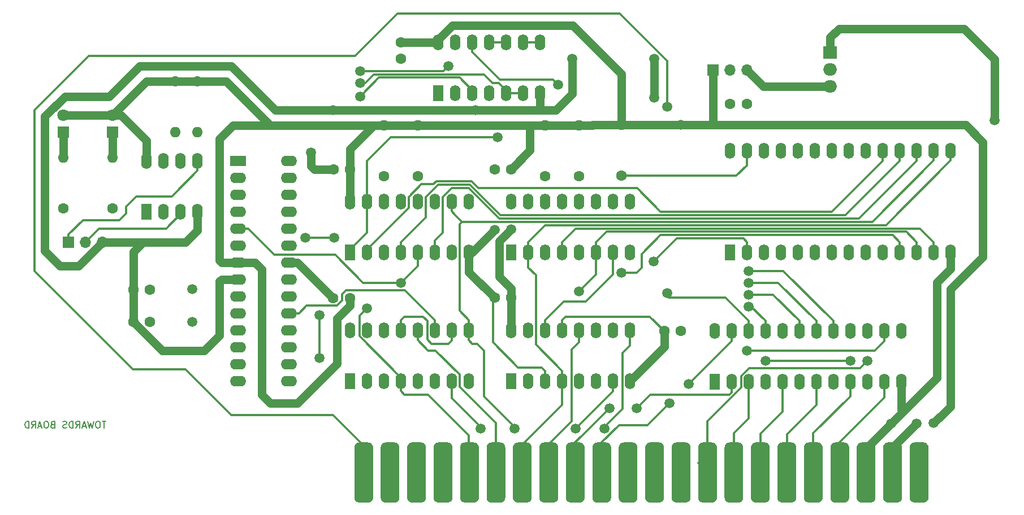
<source format=gbl>
G04 #@! TF.GenerationSoftware,KiCad,Pcbnew,(5.1.5-0)*
G04 #@! TF.CreationDate,2021-03-10T11:48:28+01:00*
G04 #@! TF.ProjectId,Apple1Serial,4170706c-6531-4536-9572-69616c2e6b69,rev?*
G04 #@! TF.SameCoordinates,Original*
G04 #@! TF.FileFunction,Copper,L2,Bot*
G04 #@! TF.FilePolarity,Positive*
%FSLAX46Y46*%
G04 Gerber Fmt 4.6, Leading zero omitted, Abs format (unit mm)*
G04 Created by KiCad (PCBNEW (5.1.5-0)) date 2021-03-10 11:48:28*
%MOMM*%
%LPD*%
G04 APERTURE LIST*
%ADD10C,0.150000*%
%ADD11O,1.600000X2.400000*%
%ADD12R,1.600000X2.400000*%
%ADD13O,2.400000X1.600000*%
%ADD14R,2.400000X1.600000*%
%ADD15C,1.600000*%
%ADD16O,1.600000X1.600000*%
%ADD17C,1.200000*%
%ADD18R,1.200000X1.200000*%
%ADD19C,0.100000*%
%ADD20O,2.000000X1.905000*%
%ADD21R,2.000000X1.905000*%
%ADD22O,1.700000X1.700000*%
%ADD23R,1.700000X1.700000*%
%ADD24C,1.800000*%
%ADD25R,1.800000X1.800000*%
%ADD26C,1.500000*%
%ADD27C,0.300000*%
%ADD28C,1.300000*%
G04 APERTURE END LIST*
D10*
X78255047Y-110450380D02*
X77683619Y-110450380D01*
X77969333Y-111450380D02*
X77969333Y-110450380D01*
X77159809Y-110450380D02*
X76969333Y-110450380D01*
X76874095Y-110498000D01*
X76778857Y-110593238D01*
X76731238Y-110783714D01*
X76731238Y-111117047D01*
X76778857Y-111307523D01*
X76874095Y-111402761D01*
X76969333Y-111450380D01*
X77159809Y-111450380D01*
X77255047Y-111402761D01*
X77350285Y-111307523D01*
X77397904Y-111117047D01*
X77397904Y-110783714D01*
X77350285Y-110593238D01*
X77255047Y-110498000D01*
X77159809Y-110450380D01*
X76397904Y-110450380D02*
X76159809Y-111450380D01*
X75969333Y-110736095D01*
X75778857Y-111450380D01*
X75540761Y-110450380D01*
X75207428Y-111164666D02*
X74731238Y-111164666D01*
X75302666Y-111450380D02*
X74969333Y-110450380D01*
X74636000Y-111450380D01*
X73731238Y-111450380D02*
X74064571Y-110974190D01*
X74302666Y-111450380D02*
X74302666Y-110450380D01*
X73921714Y-110450380D01*
X73826476Y-110498000D01*
X73778857Y-110545619D01*
X73731238Y-110640857D01*
X73731238Y-110783714D01*
X73778857Y-110878952D01*
X73826476Y-110926571D01*
X73921714Y-110974190D01*
X74302666Y-110974190D01*
X73302666Y-111450380D02*
X73302666Y-110450380D01*
X73064571Y-110450380D01*
X72921714Y-110498000D01*
X72826476Y-110593238D01*
X72778857Y-110688476D01*
X72731238Y-110878952D01*
X72731238Y-111021809D01*
X72778857Y-111212285D01*
X72826476Y-111307523D01*
X72921714Y-111402761D01*
X73064571Y-111450380D01*
X73302666Y-111450380D01*
X72350285Y-111402761D02*
X72207428Y-111450380D01*
X71969333Y-111450380D01*
X71874095Y-111402761D01*
X71826476Y-111355142D01*
X71778857Y-111259904D01*
X71778857Y-111164666D01*
X71826476Y-111069428D01*
X71874095Y-111021809D01*
X71969333Y-110974190D01*
X72159809Y-110926571D01*
X72255047Y-110878952D01*
X72302666Y-110831333D01*
X72350285Y-110736095D01*
X72350285Y-110640857D01*
X72302666Y-110545619D01*
X72255047Y-110498000D01*
X72159809Y-110450380D01*
X71921714Y-110450380D01*
X71778857Y-110498000D01*
X70255047Y-110926571D02*
X70112190Y-110974190D01*
X70064571Y-111021809D01*
X70016952Y-111117047D01*
X70016952Y-111259904D01*
X70064571Y-111355142D01*
X70112190Y-111402761D01*
X70207428Y-111450380D01*
X70588380Y-111450380D01*
X70588380Y-110450380D01*
X70255047Y-110450380D01*
X70159809Y-110498000D01*
X70112190Y-110545619D01*
X70064571Y-110640857D01*
X70064571Y-110736095D01*
X70112190Y-110831333D01*
X70159809Y-110878952D01*
X70255047Y-110926571D01*
X70588380Y-110926571D01*
X69397904Y-110450380D02*
X69207428Y-110450380D01*
X69112190Y-110498000D01*
X69016952Y-110593238D01*
X68969333Y-110783714D01*
X68969333Y-111117047D01*
X69016952Y-111307523D01*
X69112190Y-111402761D01*
X69207428Y-111450380D01*
X69397904Y-111450380D01*
X69493142Y-111402761D01*
X69588380Y-111307523D01*
X69636000Y-111117047D01*
X69636000Y-110783714D01*
X69588380Y-110593238D01*
X69493142Y-110498000D01*
X69397904Y-110450380D01*
X68588380Y-111164666D02*
X68112190Y-111164666D01*
X68683619Y-111450380D02*
X68350285Y-110450380D01*
X68016952Y-111450380D01*
X67112190Y-111450380D02*
X67445523Y-110974190D01*
X67683619Y-111450380D02*
X67683619Y-110450380D01*
X67302666Y-110450380D01*
X67207428Y-110498000D01*
X67159809Y-110545619D01*
X67112190Y-110640857D01*
X67112190Y-110783714D01*
X67159809Y-110878952D01*
X67207428Y-110926571D01*
X67302666Y-110974190D01*
X67683619Y-110974190D01*
X66683619Y-111450380D02*
X66683619Y-110450380D01*
X66445523Y-110450380D01*
X66302666Y-110498000D01*
X66207428Y-110593238D01*
X66159809Y-110688476D01*
X66112190Y-110878952D01*
X66112190Y-111021809D01*
X66159809Y-111212285D01*
X66207428Y-111307523D01*
X66302666Y-111402761D01*
X66445523Y-111450380D01*
X66683619Y-111450380D01*
D11*
X128016000Y-53594000D03*
X143256000Y-61214000D03*
X130556000Y-53594000D03*
X140716000Y-61214000D03*
X133096000Y-53594000D03*
X138176000Y-61214000D03*
X135636000Y-53594000D03*
X135636000Y-61214000D03*
X138176000Y-53594000D03*
X133096000Y-61214000D03*
X140716000Y-53594000D03*
X130556000Y-61214000D03*
X143256000Y-53594000D03*
D12*
X128016000Y-61214000D03*
D11*
X84328000Y-71374000D03*
X91948000Y-78994000D03*
X86868000Y-71374000D03*
X89408000Y-78994000D03*
X89408000Y-71374000D03*
X86868000Y-78994000D03*
X91948000Y-71374000D03*
D12*
X84328000Y-78994000D03*
D11*
X169418000Y-96901000D03*
X197358000Y-104521000D03*
X171958000Y-96901000D03*
X194818000Y-104521000D03*
X174498000Y-96901000D03*
X192278000Y-104521000D03*
X177038000Y-96901000D03*
X189738000Y-104521000D03*
X179578000Y-96901000D03*
X187198000Y-104521000D03*
X182118000Y-96901000D03*
X184658000Y-104521000D03*
X184658000Y-96901000D03*
X182118000Y-104521000D03*
X187198000Y-96901000D03*
X179578000Y-104521000D03*
X189738000Y-96901000D03*
X177038000Y-104521000D03*
X192278000Y-96901000D03*
X174498000Y-104521000D03*
X194818000Y-96901000D03*
X171958000Y-104521000D03*
X197358000Y-96901000D03*
D12*
X169418000Y-104521000D03*
D13*
X105664000Y-71374000D03*
X98044000Y-104394000D03*
X105664000Y-73914000D03*
X98044000Y-101854000D03*
X105664000Y-76454000D03*
X98044000Y-99314000D03*
X105664000Y-78994000D03*
X98044000Y-96774000D03*
X105664000Y-81534000D03*
X98044000Y-94234000D03*
X105664000Y-84074000D03*
X98044000Y-91694000D03*
X105664000Y-86614000D03*
X98044000Y-89154000D03*
X105664000Y-89154000D03*
X98044000Y-86614000D03*
X105664000Y-91694000D03*
X98044000Y-84074000D03*
X105664000Y-94234000D03*
X98044000Y-81534000D03*
X105664000Y-96774000D03*
X98044000Y-78994000D03*
X105664000Y-99314000D03*
X98044000Y-76454000D03*
X105664000Y-101854000D03*
X98044000Y-73914000D03*
X105664000Y-104394000D03*
D14*
X98044000Y-71374000D03*
D11*
X171704000Y-69850000D03*
X204724000Y-85090000D03*
X174244000Y-69850000D03*
X202184000Y-85090000D03*
X176784000Y-69850000D03*
X199644000Y-85090000D03*
X179324000Y-69850000D03*
X197104000Y-85090000D03*
X181864000Y-69850000D03*
X194564000Y-85090000D03*
X184404000Y-69850000D03*
X192024000Y-85090000D03*
X186944000Y-69850000D03*
X189484000Y-85090000D03*
X189484000Y-69850000D03*
X186944000Y-85090000D03*
X192024000Y-69850000D03*
X184404000Y-85090000D03*
X194564000Y-69850000D03*
X181864000Y-85090000D03*
X197104000Y-69850000D03*
X179324000Y-85090000D03*
X199644000Y-69850000D03*
X176784000Y-85090000D03*
X202184000Y-69850000D03*
X174244000Y-85090000D03*
X204724000Y-69850000D03*
D12*
X171704000Y-85090000D03*
D11*
X114808000Y-77470000D03*
X132588000Y-85090000D03*
X117348000Y-77470000D03*
X130048000Y-85090000D03*
X119888000Y-77470000D03*
X127508000Y-85090000D03*
X122428000Y-77470000D03*
X124968000Y-85090000D03*
X124968000Y-77470000D03*
X122428000Y-85090000D03*
X127508000Y-77470000D03*
X119888000Y-85090000D03*
X130048000Y-77470000D03*
X117348000Y-85090000D03*
X132588000Y-77470000D03*
D12*
X114808000Y-85090000D03*
D11*
X138938000Y-77470000D03*
X156718000Y-85090000D03*
X141478000Y-77470000D03*
X154178000Y-85090000D03*
X144018000Y-77470000D03*
X151638000Y-85090000D03*
X146558000Y-77470000D03*
X149098000Y-85090000D03*
X149098000Y-77470000D03*
X146558000Y-85090000D03*
X151638000Y-77470000D03*
X144018000Y-85090000D03*
X154178000Y-77470000D03*
X141478000Y-85090000D03*
X156718000Y-77470000D03*
D12*
X138938000Y-85090000D03*
D11*
X114808000Y-96774000D03*
X132588000Y-104394000D03*
X117348000Y-96774000D03*
X130048000Y-104394000D03*
X119888000Y-96774000D03*
X127508000Y-104394000D03*
X122428000Y-96774000D03*
X124968000Y-104394000D03*
X124968000Y-96774000D03*
X122428000Y-104394000D03*
X127508000Y-96774000D03*
X119888000Y-104394000D03*
X130048000Y-96774000D03*
X117348000Y-104394000D03*
X132588000Y-96774000D03*
D12*
X114808000Y-104394000D03*
D11*
X138938000Y-96774000D03*
X156718000Y-104394000D03*
X141478000Y-96774000D03*
X154178000Y-104394000D03*
X144018000Y-96774000D03*
X151638000Y-104394000D03*
X146558000Y-96774000D03*
X149098000Y-104394000D03*
X149098000Y-96774000D03*
X146558000Y-104394000D03*
X151638000Y-96774000D03*
X144018000Y-104394000D03*
X154178000Y-96774000D03*
X141478000Y-104394000D03*
X156718000Y-96774000D03*
D12*
X138938000Y-104394000D03*
D15*
X136430380Y-91914980D03*
X138930380Y-91914980D03*
D16*
X155397200Y-66029840D03*
D15*
X155397200Y-73649840D03*
D17*
X202703680Y-101803200D03*
D18*
X204703680Y-101803200D03*
D15*
X174209080Y-62870080D03*
X171709080Y-62870080D03*
G04 #@! TA.AperFunction,ConnectorPad*
D19*
G36*
X117606965Y-113617563D02*
G01*
X117674771Y-113627621D01*
X117741264Y-113644277D01*
X117805804Y-113667370D01*
X117867771Y-113696678D01*
X117926566Y-113731918D01*
X117981624Y-113772752D01*
X118032414Y-113818786D01*
X118078448Y-113869576D01*
X118119282Y-113924634D01*
X118154522Y-113983429D01*
X118183830Y-114045396D01*
X118206923Y-114109936D01*
X118223579Y-114176429D01*
X118233637Y-114244235D01*
X118237000Y-114312700D01*
X118237000Y-121907300D01*
X118233637Y-121975765D01*
X118223579Y-122043571D01*
X118206923Y-122110064D01*
X118183830Y-122174604D01*
X118154522Y-122236571D01*
X118119282Y-122295366D01*
X118078448Y-122350424D01*
X118032414Y-122401214D01*
X117981624Y-122447248D01*
X117926566Y-122488082D01*
X117867771Y-122523322D01*
X117805804Y-122552630D01*
X117741264Y-122575723D01*
X117674771Y-122592379D01*
X117606965Y-122602437D01*
X117538500Y-122605800D01*
X116141500Y-122605800D01*
X116073035Y-122602437D01*
X116005229Y-122592379D01*
X115938736Y-122575723D01*
X115874196Y-122552630D01*
X115812229Y-122523322D01*
X115753434Y-122488082D01*
X115698376Y-122447248D01*
X115647586Y-122401214D01*
X115601552Y-122350424D01*
X115560718Y-122295366D01*
X115525478Y-122236571D01*
X115496170Y-122174604D01*
X115473077Y-122110064D01*
X115456421Y-122043571D01*
X115446363Y-121975765D01*
X115443000Y-121907300D01*
X115443000Y-114312700D01*
X115446363Y-114244235D01*
X115456421Y-114176429D01*
X115473077Y-114109936D01*
X115496170Y-114045396D01*
X115525478Y-113983429D01*
X115560718Y-113924634D01*
X115601552Y-113869576D01*
X115647586Y-113818786D01*
X115698376Y-113772752D01*
X115753434Y-113731918D01*
X115812229Y-113696678D01*
X115874196Y-113667370D01*
X115938736Y-113644277D01*
X116005229Y-113627621D01*
X116073035Y-113617563D01*
X116141500Y-113614200D01*
X117538500Y-113614200D01*
X117606965Y-113617563D01*
G37*
G04 #@! TD.AperFunction*
G04 #@! TA.AperFunction,ConnectorPad*
G36*
X121566965Y-113617563D02*
G01*
X121634771Y-113627621D01*
X121701264Y-113644277D01*
X121765804Y-113667370D01*
X121827771Y-113696678D01*
X121886566Y-113731918D01*
X121941624Y-113772752D01*
X121992414Y-113818786D01*
X122038448Y-113869576D01*
X122079282Y-113924634D01*
X122114522Y-113983429D01*
X122143830Y-114045396D01*
X122166923Y-114109936D01*
X122183579Y-114176429D01*
X122193637Y-114244235D01*
X122197000Y-114312700D01*
X122197000Y-121907300D01*
X122193637Y-121975765D01*
X122183579Y-122043571D01*
X122166923Y-122110064D01*
X122143830Y-122174604D01*
X122114522Y-122236571D01*
X122079282Y-122295366D01*
X122038448Y-122350424D01*
X121992414Y-122401214D01*
X121941624Y-122447248D01*
X121886566Y-122488082D01*
X121827771Y-122523322D01*
X121765804Y-122552630D01*
X121701264Y-122575723D01*
X121634771Y-122592379D01*
X121566965Y-122602437D01*
X121498500Y-122605800D01*
X120101500Y-122605800D01*
X120033035Y-122602437D01*
X119965229Y-122592379D01*
X119898736Y-122575723D01*
X119834196Y-122552630D01*
X119772229Y-122523322D01*
X119713434Y-122488082D01*
X119658376Y-122447248D01*
X119607586Y-122401214D01*
X119561552Y-122350424D01*
X119520718Y-122295366D01*
X119485478Y-122236571D01*
X119456170Y-122174604D01*
X119433077Y-122110064D01*
X119416421Y-122043571D01*
X119406363Y-121975765D01*
X119403000Y-121907300D01*
X119403000Y-114312700D01*
X119406363Y-114244235D01*
X119416421Y-114176429D01*
X119433077Y-114109936D01*
X119456170Y-114045396D01*
X119485478Y-113983429D01*
X119520718Y-113924634D01*
X119561552Y-113869576D01*
X119607586Y-113818786D01*
X119658376Y-113772752D01*
X119713434Y-113731918D01*
X119772229Y-113696678D01*
X119834196Y-113667370D01*
X119898736Y-113644277D01*
X119965229Y-113627621D01*
X120033035Y-113617563D01*
X120101500Y-113614200D01*
X121498500Y-113614200D01*
X121566965Y-113617563D01*
G37*
G04 #@! TD.AperFunction*
G04 #@! TA.AperFunction,ConnectorPad*
G36*
X125526965Y-113617563D02*
G01*
X125594771Y-113627621D01*
X125661264Y-113644277D01*
X125725804Y-113667370D01*
X125787771Y-113696678D01*
X125846566Y-113731918D01*
X125901624Y-113772752D01*
X125952414Y-113818786D01*
X125998448Y-113869576D01*
X126039282Y-113924634D01*
X126074522Y-113983429D01*
X126103830Y-114045396D01*
X126126923Y-114109936D01*
X126143579Y-114176429D01*
X126153637Y-114244235D01*
X126157000Y-114312700D01*
X126157000Y-121907300D01*
X126153637Y-121975765D01*
X126143579Y-122043571D01*
X126126923Y-122110064D01*
X126103830Y-122174604D01*
X126074522Y-122236571D01*
X126039282Y-122295366D01*
X125998448Y-122350424D01*
X125952414Y-122401214D01*
X125901624Y-122447248D01*
X125846566Y-122488082D01*
X125787771Y-122523322D01*
X125725804Y-122552630D01*
X125661264Y-122575723D01*
X125594771Y-122592379D01*
X125526965Y-122602437D01*
X125458500Y-122605800D01*
X124061500Y-122605800D01*
X123993035Y-122602437D01*
X123925229Y-122592379D01*
X123858736Y-122575723D01*
X123794196Y-122552630D01*
X123732229Y-122523322D01*
X123673434Y-122488082D01*
X123618376Y-122447248D01*
X123567586Y-122401214D01*
X123521552Y-122350424D01*
X123480718Y-122295366D01*
X123445478Y-122236571D01*
X123416170Y-122174604D01*
X123393077Y-122110064D01*
X123376421Y-122043571D01*
X123366363Y-121975765D01*
X123363000Y-121907300D01*
X123363000Y-114312700D01*
X123366363Y-114244235D01*
X123376421Y-114176429D01*
X123393077Y-114109936D01*
X123416170Y-114045396D01*
X123445478Y-113983429D01*
X123480718Y-113924634D01*
X123521552Y-113869576D01*
X123567586Y-113818786D01*
X123618376Y-113772752D01*
X123673434Y-113731918D01*
X123732229Y-113696678D01*
X123794196Y-113667370D01*
X123858736Y-113644277D01*
X123925229Y-113627621D01*
X123993035Y-113617563D01*
X124061500Y-113614200D01*
X125458500Y-113614200D01*
X125526965Y-113617563D01*
G37*
G04 #@! TD.AperFunction*
G04 #@! TA.AperFunction,ConnectorPad*
G36*
X129486965Y-113617563D02*
G01*
X129554771Y-113627621D01*
X129621264Y-113644277D01*
X129685804Y-113667370D01*
X129747771Y-113696678D01*
X129806566Y-113731918D01*
X129861624Y-113772752D01*
X129912414Y-113818786D01*
X129958448Y-113869576D01*
X129999282Y-113924634D01*
X130034522Y-113983429D01*
X130063830Y-114045396D01*
X130086923Y-114109936D01*
X130103579Y-114176429D01*
X130113637Y-114244235D01*
X130117000Y-114312700D01*
X130117000Y-121907300D01*
X130113637Y-121975765D01*
X130103579Y-122043571D01*
X130086923Y-122110064D01*
X130063830Y-122174604D01*
X130034522Y-122236571D01*
X129999282Y-122295366D01*
X129958448Y-122350424D01*
X129912414Y-122401214D01*
X129861624Y-122447248D01*
X129806566Y-122488082D01*
X129747771Y-122523322D01*
X129685804Y-122552630D01*
X129621264Y-122575723D01*
X129554771Y-122592379D01*
X129486965Y-122602437D01*
X129418500Y-122605800D01*
X128021500Y-122605800D01*
X127953035Y-122602437D01*
X127885229Y-122592379D01*
X127818736Y-122575723D01*
X127754196Y-122552630D01*
X127692229Y-122523322D01*
X127633434Y-122488082D01*
X127578376Y-122447248D01*
X127527586Y-122401214D01*
X127481552Y-122350424D01*
X127440718Y-122295366D01*
X127405478Y-122236571D01*
X127376170Y-122174604D01*
X127353077Y-122110064D01*
X127336421Y-122043571D01*
X127326363Y-121975765D01*
X127323000Y-121907300D01*
X127323000Y-114312700D01*
X127326363Y-114244235D01*
X127336421Y-114176429D01*
X127353077Y-114109936D01*
X127376170Y-114045396D01*
X127405478Y-113983429D01*
X127440718Y-113924634D01*
X127481552Y-113869576D01*
X127527586Y-113818786D01*
X127578376Y-113772752D01*
X127633434Y-113731918D01*
X127692229Y-113696678D01*
X127754196Y-113667370D01*
X127818736Y-113644277D01*
X127885229Y-113627621D01*
X127953035Y-113617563D01*
X128021500Y-113614200D01*
X129418500Y-113614200D01*
X129486965Y-113617563D01*
G37*
G04 #@! TD.AperFunction*
G04 #@! TA.AperFunction,ConnectorPad*
G36*
X133446965Y-113617563D02*
G01*
X133514771Y-113627621D01*
X133581264Y-113644277D01*
X133645804Y-113667370D01*
X133707771Y-113696678D01*
X133766566Y-113731918D01*
X133821624Y-113772752D01*
X133872414Y-113818786D01*
X133918448Y-113869576D01*
X133959282Y-113924634D01*
X133994522Y-113983429D01*
X134023830Y-114045396D01*
X134046923Y-114109936D01*
X134063579Y-114176429D01*
X134073637Y-114244235D01*
X134077000Y-114312700D01*
X134077000Y-121907300D01*
X134073637Y-121975765D01*
X134063579Y-122043571D01*
X134046923Y-122110064D01*
X134023830Y-122174604D01*
X133994522Y-122236571D01*
X133959282Y-122295366D01*
X133918448Y-122350424D01*
X133872414Y-122401214D01*
X133821624Y-122447248D01*
X133766566Y-122488082D01*
X133707771Y-122523322D01*
X133645804Y-122552630D01*
X133581264Y-122575723D01*
X133514771Y-122592379D01*
X133446965Y-122602437D01*
X133378500Y-122605800D01*
X131981500Y-122605800D01*
X131913035Y-122602437D01*
X131845229Y-122592379D01*
X131778736Y-122575723D01*
X131714196Y-122552630D01*
X131652229Y-122523322D01*
X131593434Y-122488082D01*
X131538376Y-122447248D01*
X131487586Y-122401214D01*
X131441552Y-122350424D01*
X131400718Y-122295366D01*
X131365478Y-122236571D01*
X131336170Y-122174604D01*
X131313077Y-122110064D01*
X131296421Y-122043571D01*
X131286363Y-121975765D01*
X131283000Y-121907300D01*
X131283000Y-114312700D01*
X131286363Y-114244235D01*
X131296421Y-114176429D01*
X131313077Y-114109936D01*
X131336170Y-114045396D01*
X131365478Y-113983429D01*
X131400718Y-113924634D01*
X131441552Y-113869576D01*
X131487586Y-113818786D01*
X131538376Y-113772752D01*
X131593434Y-113731918D01*
X131652229Y-113696678D01*
X131714196Y-113667370D01*
X131778736Y-113644277D01*
X131845229Y-113627621D01*
X131913035Y-113617563D01*
X131981500Y-113614200D01*
X133378500Y-113614200D01*
X133446965Y-113617563D01*
G37*
G04 #@! TD.AperFunction*
G04 #@! TA.AperFunction,ConnectorPad*
G36*
X137406965Y-113617563D02*
G01*
X137474771Y-113627621D01*
X137541264Y-113644277D01*
X137605804Y-113667370D01*
X137667771Y-113696678D01*
X137726566Y-113731918D01*
X137781624Y-113772752D01*
X137832414Y-113818786D01*
X137878448Y-113869576D01*
X137919282Y-113924634D01*
X137954522Y-113983429D01*
X137983830Y-114045396D01*
X138006923Y-114109936D01*
X138023579Y-114176429D01*
X138033637Y-114244235D01*
X138037000Y-114312700D01*
X138037000Y-121907300D01*
X138033637Y-121975765D01*
X138023579Y-122043571D01*
X138006923Y-122110064D01*
X137983830Y-122174604D01*
X137954522Y-122236571D01*
X137919282Y-122295366D01*
X137878448Y-122350424D01*
X137832414Y-122401214D01*
X137781624Y-122447248D01*
X137726566Y-122488082D01*
X137667771Y-122523322D01*
X137605804Y-122552630D01*
X137541264Y-122575723D01*
X137474771Y-122592379D01*
X137406965Y-122602437D01*
X137338500Y-122605800D01*
X135941500Y-122605800D01*
X135873035Y-122602437D01*
X135805229Y-122592379D01*
X135738736Y-122575723D01*
X135674196Y-122552630D01*
X135612229Y-122523322D01*
X135553434Y-122488082D01*
X135498376Y-122447248D01*
X135447586Y-122401214D01*
X135401552Y-122350424D01*
X135360718Y-122295366D01*
X135325478Y-122236571D01*
X135296170Y-122174604D01*
X135273077Y-122110064D01*
X135256421Y-122043571D01*
X135246363Y-121975765D01*
X135243000Y-121907300D01*
X135243000Y-114312700D01*
X135246363Y-114244235D01*
X135256421Y-114176429D01*
X135273077Y-114109936D01*
X135296170Y-114045396D01*
X135325478Y-113983429D01*
X135360718Y-113924634D01*
X135401552Y-113869576D01*
X135447586Y-113818786D01*
X135498376Y-113772752D01*
X135553434Y-113731918D01*
X135612229Y-113696678D01*
X135674196Y-113667370D01*
X135738736Y-113644277D01*
X135805229Y-113627621D01*
X135873035Y-113617563D01*
X135941500Y-113614200D01*
X137338500Y-113614200D01*
X137406965Y-113617563D01*
G37*
G04 #@! TD.AperFunction*
G04 #@! TA.AperFunction,ConnectorPad*
G36*
X141366965Y-113617563D02*
G01*
X141434771Y-113627621D01*
X141501264Y-113644277D01*
X141565804Y-113667370D01*
X141627771Y-113696678D01*
X141686566Y-113731918D01*
X141741624Y-113772752D01*
X141792414Y-113818786D01*
X141838448Y-113869576D01*
X141879282Y-113924634D01*
X141914522Y-113983429D01*
X141943830Y-114045396D01*
X141966923Y-114109936D01*
X141983579Y-114176429D01*
X141993637Y-114244235D01*
X141997000Y-114312700D01*
X141997000Y-121907300D01*
X141993637Y-121975765D01*
X141983579Y-122043571D01*
X141966923Y-122110064D01*
X141943830Y-122174604D01*
X141914522Y-122236571D01*
X141879282Y-122295366D01*
X141838448Y-122350424D01*
X141792414Y-122401214D01*
X141741624Y-122447248D01*
X141686566Y-122488082D01*
X141627771Y-122523322D01*
X141565804Y-122552630D01*
X141501264Y-122575723D01*
X141434771Y-122592379D01*
X141366965Y-122602437D01*
X141298500Y-122605800D01*
X139901500Y-122605800D01*
X139833035Y-122602437D01*
X139765229Y-122592379D01*
X139698736Y-122575723D01*
X139634196Y-122552630D01*
X139572229Y-122523322D01*
X139513434Y-122488082D01*
X139458376Y-122447248D01*
X139407586Y-122401214D01*
X139361552Y-122350424D01*
X139320718Y-122295366D01*
X139285478Y-122236571D01*
X139256170Y-122174604D01*
X139233077Y-122110064D01*
X139216421Y-122043571D01*
X139206363Y-121975765D01*
X139203000Y-121907300D01*
X139203000Y-114312700D01*
X139206363Y-114244235D01*
X139216421Y-114176429D01*
X139233077Y-114109936D01*
X139256170Y-114045396D01*
X139285478Y-113983429D01*
X139320718Y-113924634D01*
X139361552Y-113869576D01*
X139407586Y-113818786D01*
X139458376Y-113772752D01*
X139513434Y-113731918D01*
X139572229Y-113696678D01*
X139634196Y-113667370D01*
X139698736Y-113644277D01*
X139765229Y-113627621D01*
X139833035Y-113617563D01*
X139901500Y-113614200D01*
X141298500Y-113614200D01*
X141366965Y-113617563D01*
G37*
G04 #@! TD.AperFunction*
G04 #@! TA.AperFunction,ConnectorPad*
G36*
X145326965Y-113617563D02*
G01*
X145394771Y-113627621D01*
X145461264Y-113644277D01*
X145525804Y-113667370D01*
X145587771Y-113696678D01*
X145646566Y-113731918D01*
X145701624Y-113772752D01*
X145752414Y-113818786D01*
X145798448Y-113869576D01*
X145839282Y-113924634D01*
X145874522Y-113983429D01*
X145903830Y-114045396D01*
X145926923Y-114109936D01*
X145943579Y-114176429D01*
X145953637Y-114244235D01*
X145957000Y-114312700D01*
X145957000Y-121907300D01*
X145953637Y-121975765D01*
X145943579Y-122043571D01*
X145926923Y-122110064D01*
X145903830Y-122174604D01*
X145874522Y-122236571D01*
X145839282Y-122295366D01*
X145798448Y-122350424D01*
X145752414Y-122401214D01*
X145701624Y-122447248D01*
X145646566Y-122488082D01*
X145587771Y-122523322D01*
X145525804Y-122552630D01*
X145461264Y-122575723D01*
X145394771Y-122592379D01*
X145326965Y-122602437D01*
X145258500Y-122605800D01*
X143861500Y-122605800D01*
X143793035Y-122602437D01*
X143725229Y-122592379D01*
X143658736Y-122575723D01*
X143594196Y-122552630D01*
X143532229Y-122523322D01*
X143473434Y-122488082D01*
X143418376Y-122447248D01*
X143367586Y-122401214D01*
X143321552Y-122350424D01*
X143280718Y-122295366D01*
X143245478Y-122236571D01*
X143216170Y-122174604D01*
X143193077Y-122110064D01*
X143176421Y-122043571D01*
X143166363Y-121975765D01*
X143163000Y-121907300D01*
X143163000Y-114312700D01*
X143166363Y-114244235D01*
X143176421Y-114176429D01*
X143193077Y-114109936D01*
X143216170Y-114045396D01*
X143245478Y-113983429D01*
X143280718Y-113924634D01*
X143321552Y-113869576D01*
X143367586Y-113818786D01*
X143418376Y-113772752D01*
X143473434Y-113731918D01*
X143532229Y-113696678D01*
X143594196Y-113667370D01*
X143658736Y-113644277D01*
X143725229Y-113627621D01*
X143793035Y-113617563D01*
X143861500Y-113614200D01*
X145258500Y-113614200D01*
X145326965Y-113617563D01*
G37*
G04 #@! TD.AperFunction*
G04 #@! TA.AperFunction,ConnectorPad*
G36*
X149286965Y-113617563D02*
G01*
X149354771Y-113627621D01*
X149421264Y-113644277D01*
X149485804Y-113667370D01*
X149547771Y-113696678D01*
X149606566Y-113731918D01*
X149661624Y-113772752D01*
X149712414Y-113818786D01*
X149758448Y-113869576D01*
X149799282Y-113924634D01*
X149834522Y-113983429D01*
X149863830Y-114045396D01*
X149886923Y-114109936D01*
X149903579Y-114176429D01*
X149913637Y-114244235D01*
X149917000Y-114312700D01*
X149917000Y-121907300D01*
X149913637Y-121975765D01*
X149903579Y-122043571D01*
X149886923Y-122110064D01*
X149863830Y-122174604D01*
X149834522Y-122236571D01*
X149799282Y-122295366D01*
X149758448Y-122350424D01*
X149712414Y-122401214D01*
X149661624Y-122447248D01*
X149606566Y-122488082D01*
X149547771Y-122523322D01*
X149485804Y-122552630D01*
X149421264Y-122575723D01*
X149354771Y-122592379D01*
X149286965Y-122602437D01*
X149218500Y-122605800D01*
X147821500Y-122605800D01*
X147753035Y-122602437D01*
X147685229Y-122592379D01*
X147618736Y-122575723D01*
X147554196Y-122552630D01*
X147492229Y-122523322D01*
X147433434Y-122488082D01*
X147378376Y-122447248D01*
X147327586Y-122401214D01*
X147281552Y-122350424D01*
X147240718Y-122295366D01*
X147205478Y-122236571D01*
X147176170Y-122174604D01*
X147153077Y-122110064D01*
X147136421Y-122043571D01*
X147126363Y-121975765D01*
X147123000Y-121907300D01*
X147123000Y-114312700D01*
X147126363Y-114244235D01*
X147136421Y-114176429D01*
X147153077Y-114109936D01*
X147176170Y-114045396D01*
X147205478Y-113983429D01*
X147240718Y-113924634D01*
X147281552Y-113869576D01*
X147327586Y-113818786D01*
X147378376Y-113772752D01*
X147433434Y-113731918D01*
X147492229Y-113696678D01*
X147554196Y-113667370D01*
X147618736Y-113644277D01*
X147685229Y-113627621D01*
X147753035Y-113617563D01*
X147821500Y-113614200D01*
X149218500Y-113614200D01*
X149286965Y-113617563D01*
G37*
G04 #@! TD.AperFunction*
G04 #@! TA.AperFunction,ConnectorPad*
G36*
X153246965Y-113617563D02*
G01*
X153314771Y-113627621D01*
X153381264Y-113644277D01*
X153445804Y-113667370D01*
X153507771Y-113696678D01*
X153566566Y-113731918D01*
X153621624Y-113772752D01*
X153672414Y-113818786D01*
X153718448Y-113869576D01*
X153759282Y-113924634D01*
X153794522Y-113983429D01*
X153823830Y-114045396D01*
X153846923Y-114109936D01*
X153863579Y-114176429D01*
X153873637Y-114244235D01*
X153877000Y-114312700D01*
X153877000Y-121907300D01*
X153873637Y-121975765D01*
X153863579Y-122043571D01*
X153846923Y-122110064D01*
X153823830Y-122174604D01*
X153794522Y-122236571D01*
X153759282Y-122295366D01*
X153718448Y-122350424D01*
X153672414Y-122401214D01*
X153621624Y-122447248D01*
X153566566Y-122488082D01*
X153507771Y-122523322D01*
X153445804Y-122552630D01*
X153381264Y-122575723D01*
X153314771Y-122592379D01*
X153246965Y-122602437D01*
X153178500Y-122605800D01*
X151781500Y-122605800D01*
X151713035Y-122602437D01*
X151645229Y-122592379D01*
X151578736Y-122575723D01*
X151514196Y-122552630D01*
X151452229Y-122523322D01*
X151393434Y-122488082D01*
X151338376Y-122447248D01*
X151287586Y-122401214D01*
X151241552Y-122350424D01*
X151200718Y-122295366D01*
X151165478Y-122236571D01*
X151136170Y-122174604D01*
X151113077Y-122110064D01*
X151096421Y-122043571D01*
X151086363Y-121975765D01*
X151083000Y-121907300D01*
X151083000Y-114312700D01*
X151086363Y-114244235D01*
X151096421Y-114176429D01*
X151113077Y-114109936D01*
X151136170Y-114045396D01*
X151165478Y-113983429D01*
X151200718Y-113924634D01*
X151241552Y-113869576D01*
X151287586Y-113818786D01*
X151338376Y-113772752D01*
X151393434Y-113731918D01*
X151452229Y-113696678D01*
X151514196Y-113667370D01*
X151578736Y-113644277D01*
X151645229Y-113627621D01*
X151713035Y-113617563D01*
X151781500Y-113614200D01*
X153178500Y-113614200D01*
X153246965Y-113617563D01*
G37*
G04 #@! TD.AperFunction*
G04 #@! TA.AperFunction,ConnectorPad*
G36*
X157206965Y-113617563D02*
G01*
X157274771Y-113627621D01*
X157341264Y-113644277D01*
X157405804Y-113667370D01*
X157467771Y-113696678D01*
X157526566Y-113731918D01*
X157581624Y-113772752D01*
X157632414Y-113818786D01*
X157678448Y-113869576D01*
X157719282Y-113924634D01*
X157754522Y-113983429D01*
X157783830Y-114045396D01*
X157806923Y-114109936D01*
X157823579Y-114176429D01*
X157833637Y-114244235D01*
X157837000Y-114312700D01*
X157837000Y-121907300D01*
X157833637Y-121975765D01*
X157823579Y-122043571D01*
X157806923Y-122110064D01*
X157783830Y-122174604D01*
X157754522Y-122236571D01*
X157719282Y-122295366D01*
X157678448Y-122350424D01*
X157632414Y-122401214D01*
X157581624Y-122447248D01*
X157526566Y-122488082D01*
X157467771Y-122523322D01*
X157405804Y-122552630D01*
X157341264Y-122575723D01*
X157274771Y-122592379D01*
X157206965Y-122602437D01*
X157138500Y-122605800D01*
X155741500Y-122605800D01*
X155673035Y-122602437D01*
X155605229Y-122592379D01*
X155538736Y-122575723D01*
X155474196Y-122552630D01*
X155412229Y-122523322D01*
X155353434Y-122488082D01*
X155298376Y-122447248D01*
X155247586Y-122401214D01*
X155201552Y-122350424D01*
X155160718Y-122295366D01*
X155125478Y-122236571D01*
X155096170Y-122174604D01*
X155073077Y-122110064D01*
X155056421Y-122043571D01*
X155046363Y-121975765D01*
X155043000Y-121907300D01*
X155043000Y-114312700D01*
X155046363Y-114244235D01*
X155056421Y-114176429D01*
X155073077Y-114109936D01*
X155096170Y-114045396D01*
X155125478Y-113983429D01*
X155160718Y-113924634D01*
X155201552Y-113869576D01*
X155247586Y-113818786D01*
X155298376Y-113772752D01*
X155353434Y-113731918D01*
X155412229Y-113696678D01*
X155474196Y-113667370D01*
X155538736Y-113644277D01*
X155605229Y-113627621D01*
X155673035Y-113617563D01*
X155741500Y-113614200D01*
X157138500Y-113614200D01*
X157206965Y-113617563D01*
G37*
G04 #@! TD.AperFunction*
G04 #@! TA.AperFunction,ConnectorPad*
G36*
X161166965Y-113617563D02*
G01*
X161234771Y-113627621D01*
X161301264Y-113644277D01*
X161365804Y-113667370D01*
X161427771Y-113696678D01*
X161486566Y-113731918D01*
X161541624Y-113772752D01*
X161592414Y-113818786D01*
X161638448Y-113869576D01*
X161679282Y-113924634D01*
X161714522Y-113983429D01*
X161743830Y-114045396D01*
X161766923Y-114109936D01*
X161783579Y-114176429D01*
X161793637Y-114244235D01*
X161797000Y-114312700D01*
X161797000Y-121907300D01*
X161793637Y-121975765D01*
X161783579Y-122043571D01*
X161766923Y-122110064D01*
X161743830Y-122174604D01*
X161714522Y-122236571D01*
X161679282Y-122295366D01*
X161638448Y-122350424D01*
X161592414Y-122401214D01*
X161541624Y-122447248D01*
X161486566Y-122488082D01*
X161427771Y-122523322D01*
X161365804Y-122552630D01*
X161301264Y-122575723D01*
X161234771Y-122592379D01*
X161166965Y-122602437D01*
X161098500Y-122605800D01*
X159701500Y-122605800D01*
X159633035Y-122602437D01*
X159565229Y-122592379D01*
X159498736Y-122575723D01*
X159434196Y-122552630D01*
X159372229Y-122523322D01*
X159313434Y-122488082D01*
X159258376Y-122447248D01*
X159207586Y-122401214D01*
X159161552Y-122350424D01*
X159120718Y-122295366D01*
X159085478Y-122236571D01*
X159056170Y-122174604D01*
X159033077Y-122110064D01*
X159016421Y-122043571D01*
X159006363Y-121975765D01*
X159003000Y-121907300D01*
X159003000Y-114312700D01*
X159006363Y-114244235D01*
X159016421Y-114176429D01*
X159033077Y-114109936D01*
X159056170Y-114045396D01*
X159085478Y-113983429D01*
X159120718Y-113924634D01*
X159161552Y-113869576D01*
X159207586Y-113818786D01*
X159258376Y-113772752D01*
X159313434Y-113731918D01*
X159372229Y-113696678D01*
X159434196Y-113667370D01*
X159498736Y-113644277D01*
X159565229Y-113627621D01*
X159633035Y-113617563D01*
X159701500Y-113614200D01*
X161098500Y-113614200D01*
X161166965Y-113617563D01*
G37*
G04 #@! TD.AperFunction*
G04 #@! TA.AperFunction,ConnectorPad*
G36*
X165126965Y-113617563D02*
G01*
X165194771Y-113627621D01*
X165261264Y-113644277D01*
X165325804Y-113667370D01*
X165387771Y-113696678D01*
X165446566Y-113731918D01*
X165501624Y-113772752D01*
X165552414Y-113818786D01*
X165598448Y-113869576D01*
X165639282Y-113924634D01*
X165674522Y-113983429D01*
X165703830Y-114045396D01*
X165726923Y-114109936D01*
X165743579Y-114176429D01*
X165753637Y-114244235D01*
X165757000Y-114312700D01*
X165757000Y-121907300D01*
X165753637Y-121975765D01*
X165743579Y-122043571D01*
X165726923Y-122110064D01*
X165703830Y-122174604D01*
X165674522Y-122236571D01*
X165639282Y-122295366D01*
X165598448Y-122350424D01*
X165552414Y-122401214D01*
X165501624Y-122447248D01*
X165446566Y-122488082D01*
X165387771Y-122523322D01*
X165325804Y-122552630D01*
X165261264Y-122575723D01*
X165194771Y-122592379D01*
X165126965Y-122602437D01*
X165058500Y-122605800D01*
X163661500Y-122605800D01*
X163593035Y-122602437D01*
X163525229Y-122592379D01*
X163458736Y-122575723D01*
X163394196Y-122552630D01*
X163332229Y-122523322D01*
X163273434Y-122488082D01*
X163218376Y-122447248D01*
X163167586Y-122401214D01*
X163121552Y-122350424D01*
X163080718Y-122295366D01*
X163045478Y-122236571D01*
X163016170Y-122174604D01*
X162993077Y-122110064D01*
X162976421Y-122043571D01*
X162966363Y-121975765D01*
X162963000Y-121907300D01*
X162963000Y-114312700D01*
X162966363Y-114244235D01*
X162976421Y-114176429D01*
X162993077Y-114109936D01*
X163016170Y-114045396D01*
X163045478Y-113983429D01*
X163080718Y-113924634D01*
X163121552Y-113869576D01*
X163167586Y-113818786D01*
X163218376Y-113772752D01*
X163273434Y-113731918D01*
X163332229Y-113696678D01*
X163394196Y-113667370D01*
X163458736Y-113644277D01*
X163525229Y-113627621D01*
X163593035Y-113617563D01*
X163661500Y-113614200D01*
X165058500Y-113614200D01*
X165126965Y-113617563D01*
G37*
G04 #@! TD.AperFunction*
G04 #@! TA.AperFunction,ConnectorPad*
G36*
X169086965Y-113617563D02*
G01*
X169154771Y-113627621D01*
X169221264Y-113644277D01*
X169285804Y-113667370D01*
X169347771Y-113696678D01*
X169406566Y-113731918D01*
X169461624Y-113772752D01*
X169512414Y-113818786D01*
X169558448Y-113869576D01*
X169599282Y-113924634D01*
X169634522Y-113983429D01*
X169663830Y-114045396D01*
X169686923Y-114109936D01*
X169703579Y-114176429D01*
X169713637Y-114244235D01*
X169717000Y-114312700D01*
X169717000Y-121907300D01*
X169713637Y-121975765D01*
X169703579Y-122043571D01*
X169686923Y-122110064D01*
X169663830Y-122174604D01*
X169634522Y-122236571D01*
X169599282Y-122295366D01*
X169558448Y-122350424D01*
X169512414Y-122401214D01*
X169461624Y-122447248D01*
X169406566Y-122488082D01*
X169347771Y-122523322D01*
X169285804Y-122552630D01*
X169221264Y-122575723D01*
X169154771Y-122592379D01*
X169086965Y-122602437D01*
X169018500Y-122605800D01*
X167621500Y-122605800D01*
X167553035Y-122602437D01*
X167485229Y-122592379D01*
X167418736Y-122575723D01*
X167354196Y-122552630D01*
X167292229Y-122523322D01*
X167233434Y-122488082D01*
X167178376Y-122447248D01*
X167127586Y-122401214D01*
X167081552Y-122350424D01*
X167040718Y-122295366D01*
X167005478Y-122236571D01*
X166976170Y-122174604D01*
X166953077Y-122110064D01*
X166936421Y-122043571D01*
X166926363Y-121975765D01*
X166923000Y-121907300D01*
X166923000Y-114312700D01*
X166926363Y-114244235D01*
X166936421Y-114176429D01*
X166953077Y-114109936D01*
X166976170Y-114045396D01*
X167005478Y-113983429D01*
X167040718Y-113924634D01*
X167081552Y-113869576D01*
X167127586Y-113818786D01*
X167178376Y-113772752D01*
X167233434Y-113731918D01*
X167292229Y-113696678D01*
X167354196Y-113667370D01*
X167418736Y-113644277D01*
X167485229Y-113627621D01*
X167553035Y-113617563D01*
X167621500Y-113614200D01*
X169018500Y-113614200D01*
X169086965Y-113617563D01*
G37*
G04 #@! TD.AperFunction*
G04 #@! TA.AperFunction,ConnectorPad*
G36*
X173046965Y-113617563D02*
G01*
X173114771Y-113627621D01*
X173181264Y-113644277D01*
X173245804Y-113667370D01*
X173307771Y-113696678D01*
X173366566Y-113731918D01*
X173421624Y-113772752D01*
X173472414Y-113818786D01*
X173518448Y-113869576D01*
X173559282Y-113924634D01*
X173594522Y-113983429D01*
X173623830Y-114045396D01*
X173646923Y-114109936D01*
X173663579Y-114176429D01*
X173673637Y-114244235D01*
X173677000Y-114312700D01*
X173677000Y-121907300D01*
X173673637Y-121975765D01*
X173663579Y-122043571D01*
X173646923Y-122110064D01*
X173623830Y-122174604D01*
X173594522Y-122236571D01*
X173559282Y-122295366D01*
X173518448Y-122350424D01*
X173472414Y-122401214D01*
X173421624Y-122447248D01*
X173366566Y-122488082D01*
X173307771Y-122523322D01*
X173245804Y-122552630D01*
X173181264Y-122575723D01*
X173114771Y-122592379D01*
X173046965Y-122602437D01*
X172978500Y-122605800D01*
X171581500Y-122605800D01*
X171513035Y-122602437D01*
X171445229Y-122592379D01*
X171378736Y-122575723D01*
X171314196Y-122552630D01*
X171252229Y-122523322D01*
X171193434Y-122488082D01*
X171138376Y-122447248D01*
X171087586Y-122401214D01*
X171041552Y-122350424D01*
X171000718Y-122295366D01*
X170965478Y-122236571D01*
X170936170Y-122174604D01*
X170913077Y-122110064D01*
X170896421Y-122043571D01*
X170886363Y-121975765D01*
X170883000Y-121907300D01*
X170883000Y-114312700D01*
X170886363Y-114244235D01*
X170896421Y-114176429D01*
X170913077Y-114109936D01*
X170936170Y-114045396D01*
X170965478Y-113983429D01*
X171000718Y-113924634D01*
X171041552Y-113869576D01*
X171087586Y-113818786D01*
X171138376Y-113772752D01*
X171193434Y-113731918D01*
X171252229Y-113696678D01*
X171314196Y-113667370D01*
X171378736Y-113644277D01*
X171445229Y-113627621D01*
X171513035Y-113617563D01*
X171581500Y-113614200D01*
X172978500Y-113614200D01*
X173046965Y-113617563D01*
G37*
G04 #@! TD.AperFunction*
G04 #@! TA.AperFunction,ConnectorPad*
G36*
X177006965Y-113617563D02*
G01*
X177074771Y-113627621D01*
X177141264Y-113644277D01*
X177205804Y-113667370D01*
X177267771Y-113696678D01*
X177326566Y-113731918D01*
X177381624Y-113772752D01*
X177432414Y-113818786D01*
X177478448Y-113869576D01*
X177519282Y-113924634D01*
X177554522Y-113983429D01*
X177583830Y-114045396D01*
X177606923Y-114109936D01*
X177623579Y-114176429D01*
X177633637Y-114244235D01*
X177637000Y-114312700D01*
X177637000Y-121907300D01*
X177633637Y-121975765D01*
X177623579Y-122043571D01*
X177606923Y-122110064D01*
X177583830Y-122174604D01*
X177554522Y-122236571D01*
X177519282Y-122295366D01*
X177478448Y-122350424D01*
X177432414Y-122401214D01*
X177381624Y-122447248D01*
X177326566Y-122488082D01*
X177267771Y-122523322D01*
X177205804Y-122552630D01*
X177141264Y-122575723D01*
X177074771Y-122592379D01*
X177006965Y-122602437D01*
X176938500Y-122605800D01*
X175541500Y-122605800D01*
X175473035Y-122602437D01*
X175405229Y-122592379D01*
X175338736Y-122575723D01*
X175274196Y-122552630D01*
X175212229Y-122523322D01*
X175153434Y-122488082D01*
X175098376Y-122447248D01*
X175047586Y-122401214D01*
X175001552Y-122350424D01*
X174960718Y-122295366D01*
X174925478Y-122236571D01*
X174896170Y-122174604D01*
X174873077Y-122110064D01*
X174856421Y-122043571D01*
X174846363Y-121975765D01*
X174843000Y-121907300D01*
X174843000Y-114312700D01*
X174846363Y-114244235D01*
X174856421Y-114176429D01*
X174873077Y-114109936D01*
X174896170Y-114045396D01*
X174925478Y-113983429D01*
X174960718Y-113924634D01*
X175001552Y-113869576D01*
X175047586Y-113818786D01*
X175098376Y-113772752D01*
X175153434Y-113731918D01*
X175212229Y-113696678D01*
X175274196Y-113667370D01*
X175338736Y-113644277D01*
X175405229Y-113627621D01*
X175473035Y-113617563D01*
X175541500Y-113614200D01*
X176938500Y-113614200D01*
X177006965Y-113617563D01*
G37*
G04 #@! TD.AperFunction*
G04 #@! TA.AperFunction,ConnectorPad*
G36*
X180966965Y-113617563D02*
G01*
X181034771Y-113627621D01*
X181101264Y-113644277D01*
X181165804Y-113667370D01*
X181227771Y-113696678D01*
X181286566Y-113731918D01*
X181341624Y-113772752D01*
X181392414Y-113818786D01*
X181438448Y-113869576D01*
X181479282Y-113924634D01*
X181514522Y-113983429D01*
X181543830Y-114045396D01*
X181566923Y-114109936D01*
X181583579Y-114176429D01*
X181593637Y-114244235D01*
X181597000Y-114312700D01*
X181597000Y-121907300D01*
X181593637Y-121975765D01*
X181583579Y-122043571D01*
X181566923Y-122110064D01*
X181543830Y-122174604D01*
X181514522Y-122236571D01*
X181479282Y-122295366D01*
X181438448Y-122350424D01*
X181392414Y-122401214D01*
X181341624Y-122447248D01*
X181286566Y-122488082D01*
X181227771Y-122523322D01*
X181165804Y-122552630D01*
X181101264Y-122575723D01*
X181034771Y-122592379D01*
X180966965Y-122602437D01*
X180898500Y-122605800D01*
X179501500Y-122605800D01*
X179433035Y-122602437D01*
X179365229Y-122592379D01*
X179298736Y-122575723D01*
X179234196Y-122552630D01*
X179172229Y-122523322D01*
X179113434Y-122488082D01*
X179058376Y-122447248D01*
X179007586Y-122401214D01*
X178961552Y-122350424D01*
X178920718Y-122295366D01*
X178885478Y-122236571D01*
X178856170Y-122174604D01*
X178833077Y-122110064D01*
X178816421Y-122043571D01*
X178806363Y-121975765D01*
X178803000Y-121907300D01*
X178803000Y-114312700D01*
X178806363Y-114244235D01*
X178816421Y-114176429D01*
X178833077Y-114109936D01*
X178856170Y-114045396D01*
X178885478Y-113983429D01*
X178920718Y-113924634D01*
X178961552Y-113869576D01*
X179007586Y-113818786D01*
X179058376Y-113772752D01*
X179113434Y-113731918D01*
X179172229Y-113696678D01*
X179234196Y-113667370D01*
X179298736Y-113644277D01*
X179365229Y-113627621D01*
X179433035Y-113617563D01*
X179501500Y-113614200D01*
X180898500Y-113614200D01*
X180966965Y-113617563D01*
G37*
G04 #@! TD.AperFunction*
G04 #@! TA.AperFunction,ConnectorPad*
G36*
X184926965Y-113617563D02*
G01*
X184994771Y-113627621D01*
X185061264Y-113644277D01*
X185125804Y-113667370D01*
X185187771Y-113696678D01*
X185246566Y-113731918D01*
X185301624Y-113772752D01*
X185352414Y-113818786D01*
X185398448Y-113869576D01*
X185439282Y-113924634D01*
X185474522Y-113983429D01*
X185503830Y-114045396D01*
X185526923Y-114109936D01*
X185543579Y-114176429D01*
X185553637Y-114244235D01*
X185557000Y-114312700D01*
X185557000Y-121907300D01*
X185553637Y-121975765D01*
X185543579Y-122043571D01*
X185526923Y-122110064D01*
X185503830Y-122174604D01*
X185474522Y-122236571D01*
X185439282Y-122295366D01*
X185398448Y-122350424D01*
X185352414Y-122401214D01*
X185301624Y-122447248D01*
X185246566Y-122488082D01*
X185187771Y-122523322D01*
X185125804Y-122552630D01*
X185061264Y-122575723D01*
X184994771Y-122592379D01*
X184926965Y-122602437D01*
X184858500Y-122605800D01*
X183461500Y-122605800D01*
X183393035Y-122602437D01*
X183325229Y-122592379D01*
X183258736Y-122575723D01*
X183194196Y-122552630D01*
X183132229Y-122523322D01*
X183073434Y-122488082D01*
X183018376Y-122447248D01*
X182967586Y-122401214D01*
X182921552Y-122350424D01*
X182880718Y-122295366D01*
X182845478Y-122236571D01*
X182816170Y-122174604D01*
X182793077Y-122110064D01*
X182776421Y-122043571D01*
X182766363Y-121975765D01*
X182763000Y-121907300D01*
X182763000Y-114312700D01*
X182766363Y-114244235D01*
X182776421Y-114176429D01*
X182793077Y-114109936D01*
X182816170Y-114045396D01*
X182845478Y-113983429D01*
X182880718Y-113924634D01*
X182921552Y-113869576D01*
X182967586Y-113818786D01*
X183018376Y-113772752D01*
X183073434Y-113731918D01*
X183132229Y-113696678D01*
X183194196Y-113667370D01*
X183258736Y-113644277D01*
X183325229Y-113627621D01*
X183393035Y-113617563D01*
X183461500Y-113614200D01*
X184858500Y-113614200D01*
X184926965Y-113617563D01*
G37*
G04 #@! TD.AperFunction*
G04 #@! TA.AperFunction,ConnectorPad*
G36*
X188886965Y-113617563D02*
G01*
X188954771Y-113627621D01*
X189021264Y-113644277D01*
X189085804Y-113667370D01*
X189147771Y-113696678D01*
X189206566Y-113731918D01*
X189261624Y-113772752D01*
X189312414Y-113818786D01*
X189358448Y-113869576D01*
X189399282Y-113924634D01*
X189434522Y-113983429D01*
X189463830Y-114045396D01*
X189486923Y-114109936D01*
X189503579Y-114176429D01*
X189513637Y-114244235D01*
X189517000Y-114312700D01*
X189517000Y-121907300D01*
X189513637Y-121975765D01*
X189503579Y-122043571D01*
X189486923Y-122110064D01*
X189463830Y-122174604D01*
X189434522Y-122236571D01*
X189399282Y-122295366D01*
X189358448Y-122350424D01*
X189312414Y-122401214D01*
X189261624Y-122447248D01*
X189206566Y-122488082D01*
X189147771Y-122523322D01*
X189085804Y-122552630D01*
X189021264Y-122575723D01*
X188954771Y-122592379D01*
X188886965Y-122602437D01*
X188818500Y-122605800D01*
X187421500Y-122605800D01*
X187353035Y-122602437D01*
X187285229Y-122592379D01*
X187218736Y-122575723D01*
X187154196Y-122552630D01*
X187092229Y-122523322D01*
X187033434Y-122488082D01*
X186978376Y-122447248D01*
X186927586Y-122401214D01*
X186881552Y-122350424D01*
X186840718Y-122295366D01*
X186805478Y-122236571D01*
X186776170Y-122174604D01*
X186753077Y-122110064D01*
X186736421Y-122043571D01*
X186726363Y-121975765D01*
X186723000Y-121907300D01*
X186723000Y-114312700D01*
X186726363Y-114244235D01*
X186736421Y-114176429D01*
X186753077Y-114109936D01*
X186776170Y-114045396D01*
X186805478Y-113983429D01*
X186840718Y-113924634D01*
X186881552Y-113869576D01*
X186927586Y-113818786D01*
X186978376Y-113772752D01*
X187033434Y-113731918D01*
X187092229Y-113696678D01*
X187154196Y-113667370D01*
X187218736Y-113644277D01*
X187285229Y-113627621D01*
X187353035Y-113617563D01*
X187421500Y-113614200D01*
X188818500Y-113614200D01*
X188886965Y-113617563D01*
G37*
G04 #@! TD.AperFunction*
G04 #@! TA.AperFunction,ConnectorPad*
G36*
X192846965Y-113617563D02*
G01*
X192914771Y-113627621D01*
X192981264Y-113644277D01*
X193045804Y-113667370D01*
X193107771Y-113696678D01*
X193166566Y-113731918D01*
X193221624Y-113772752D01*
X193272414Y-113818786D01*
X193318448Y-113869576D01*
X193359282Y-113924634D01*
X193394522Y-113983429D01*
X193423830Y-114045396D01*
X193446923Y-114109936D01*
X193463579Y-114176429D01*
X193473637Y-114244235D01*
X193477000Y-114312700D01*
X193477000Y-121907300D01*
X193473637Y-121975765D01*
X193463579Y-122043571D01*
X193446923Y-122110064D01*
X193423830Y-122174604D01*
X193394522Y-122236571D01*
X193359282Y-122295366D01*
X193318448Y-122350424D01*
X193272414Y-122401214D01*
X193221624Y-122447248D01*
X193166566Y-122488082D01*
X193107771Y-122523322D01*
X193045804Y-122552630D01*
X192981264Y-122575723D01*
X192914771Y-122592379D01*
X192846965Y-122602437D01*
X192778500Y-122605800D01*
X191381500Y-122605800D01*
X191313035Y-122602437D01*
X191245229Y-122592379D01*
X191178736Y-122575723D01*
X191114196Y-122552630D01*
X191052229Y-122523322D01*
X190993434Y-122488082D01*
X190938376Y-122447248D01*
X190887586Y-122401214D01*
X190841552Y-122350424D01*
X190800718Y-122295366D01*
X190765478Y-122236571D01*
X190736170Y-122174604D01*
X190713077Y-122110064D01*
X190696421Y-122043571D01*
X190686363Y-121975765D01*
X190683000Y-121907300D01*
X190683000Y-114312700D01*
X190686363Y-114244235D01*
X190696421Y-114176429D01*
X190713077Y-114109936D01*
X190736170Y-114045396D01*
X190765478Y-113983429D01*
X190800718Y-113924634D01*
X190841552Y-113869576D01*
X190887586Y-113818786D01*
X190938376Y-113772752D01*
X190993434Y-113731918D01*
X191052229Y-113696678D01*
X191114196Y-113667370D01*
X191178736Y-113644277D01*
X191245229Y-113627621D01*
X191313035Y-113617563D01*
X191381500Y-113614200D01*
X192778500Y-113614200D01*
X192846965Y-113617563D01*
G37*
G04 #@! TD.AperFunction*
G04 #@! TA.AperFunction,ConnectorPad*
G36*
X196806965Y-113617563D02*
G01*
X196874771Y-113627621D01*
X196941264Y-113644277D01*
X197005804Y-113667370D01*
X197067771Y-113696678D01*
X197126566Y-113731918D01*
X197181624Y-113772752D01*
X197232414Y-113818786D01*
X197278448Y-113869576D01*
X197319282Y-113924634D01*
X197354522Y-113983429D01*
X197383830Y-114045396D01*
X197406923Y-114109936D01*
X197423579Y-114176429D01*
X197433637Y-114244235D01*
X197437000Y-114312700D01*
X197437000Y-121907300D01*
X197433637Y-121975765D01*
X197423579Y-122043571D01*
X197406923Y-122110064D01*
X197383830Y-122174604D01*
X197354522Y-122236571D01*
X197319282Y-122295366D01*
X197278448Y-122350424D01*
X197232414Y-122401214D01*
X197181624Y-122447248D01*
X197126566Y-122488082D01*
X197067771Y-122523322D01*
X197005804Y-122552630D01*
X196941264Y-122575723D01*
X196874771Y-122592379D01*
X196806965Y-122602437D01*
X196738500Y-122605800D01*
X195341500Y-122605800D01*
X195273035Y-122602437D01*
X195205229Y-122592379D01*
X195138736Y-122575723D01*
X195074196Y-122552630D01*
X195012229Y-122523322D01*
X194953434Y-122488082D01*
X194898376Y-122447248D01*
X194847586Y-122401214D01*
X194801552Y-122350424D01*
X194760718Y-122295366D01*
X194725478Y-122236571D01*
X194696170Y-122174604D01*
X194673077Y-122110064D01*
X194656421Y-122043571D01*
X194646363Y-121975765D01*
X194643000Y-121907300D01*
X194643000Y-114312700D01*
X194646363Y-114244235D01*
X194656421Y-114176429D01*
X194673077Y-114109936D01*
X194696170Y-114045396D01*
X194725478Y-113983429D01*
X194760718Y-113924634D01*
X194801552Y-113869576D01*
X194847586Y-113818786D01*
X194898376Y-113772752D01*
X194953434Y-113731918D01*
X195012229Y-113696678D01*
X195074196Y-113667370D01*
X195138736Y-113644277D01*
X195205229Y-113627621D01*
X195273035Y-113617563D01*
X195341500Y-113614200D01*
X196738500Y-113614200D01*
X196806965Y-113617563D01*
G37*
G04 #@! TD.AperFunction*
G04 #@! TA.AperFunction,ConnectorPad*
G36*
X200766965Y-113617563D02*
G01*
X200834771Y-113627621D01*
X200901264Y-113644277D01*
X200965804Y-113667370D01*
X201027771Y-113696678D01*
X201086566Y-113731918D01*
X201141624Y-113772752D01*
X201192414Y-113818786D01*
X201238448Y-113869576D01*
X201279282Y-113924634D01*
X201314522Y-113983429D01*
X201343830Y-114045396D01*
X201366923Y-114109936D01*
X201383579Y-114176429D01*
X201393637Y-114244235D01*
X201397000Y-114312700D01*
X201397000Y-121907300D01*
X201393637Y-121975765D01*
X201383579Y-122043571D01*
X201366923Y-122110064D01*
X201343830Y-122174604D01*
X201314522Y-122236571D01*
X201279282Y-122295366D01*
X201238448Y-122350424D01*
X201192414Y-122401214D01*
X201141624Y-122447248D01*
X201086566Y-122488082D01*
X201027771Y-122523322D01*
X200965804Y-122552630D01*
X200901264Y-122575723D01*
X200834771Y-122592379D01*
X200766965Y-122602437D01*
X200698500Y-122605800D01*
X199301500Y-122605800D01*
X199233035Y-122602437D01*
X199165229Y-122592379D01*
X199098736Y-122575723D01*
X199034196Y-122552630D01*
X198972229Y-122523322D01*
X198913434Y-122488082D01*
X198858376Y-122447248D01*
X198807586Y-122401214D01*
X198761552Y-122350424D01*
X198720718Y-122295366D01*
X198685478Y-122236571D01*
X198656170Y-122174604D01*
X198633077Y-122110064D01*
X198616421Y-122043571D01*
X198606363Y-121975765D01*
X198603000Y-121907300D01*
X198603000Y-114312700D01*
X198606363Y-114244235D01*
X198616421Y-114176429D01*
X198633077Y-114109936D01*
X198656170Y-114045396D01*
X198685478Y-113983429D01*
X198720718Y-113924634D01*
X198761552Y-113869576D01*
X198807586Y-113818786D01*
X198858376Y-113772752D01*
X198913434Y-113731918D01*
X198972229Y-113696678D01*
X199034196Y-113667370D01*
X199098736Y-113644277D01*
X199165229Y-113627621D01*
X199233035Y-113617563D01*
X199301500Y-113614200D01*
X200698500Y-113614200D01*
X200766965Y-113617563D01*
G37*
G04 #@! TD.AperFunction*
D15*
X82336000Y-95504000D03*
X84836000Y-95504000D03*
X82336000Y-90678000D03*
X84836000Y-90678000D03*
X161838000Y-96901000D03*
X164338000Y-96901000D03*
X122428000Y-56094000D03*
X122428000Y-53594000D03*
X112280060Y-91945460D03*
X114780060Y-91945460D03*
X136427840Y-72641460D03*
X138927840Y-72641460D03*
X112313080Y-72644000D03*
X114813080Y-72644000D03*
D20*
X186690000Y-60198000D03*
X186690000Y-57658000D03*
D21*
X186690000Y-55118000D03*
D16*
X71882000Y-70866000D03*
D15*
X71882000Y-78486000D03*
D16*
X79248000Y-70866000D03*
D15*
X79248000Y-78486000D03*
D16*
X91948000Y-67056000D03*
D15*
X91948000Y-59436000D03*
D16*
X88646000Y-67056000D03*
D15*
X88646000Y-59436000D03*
D16*
X124968000Y-66040000D03*
D15*
X124968000Y-73660000D03*
D16*
X119888000Y-66040000D03*
D15*
X119888000Y-73660000D03*
D16*
X149098000Y-66040000D03*
D15*
X149098000Y-73660000D03*
D16*
X144018000Y-66040000D03*
D15*
X144018000Y-73660000D03*
D22*
X174244000Y-57785000D03*
X171704000Y-57785000D03*
D23*
X169164000Y-57785000D03*
D24*
X71882000Y-64516000D03*
D25*
X71882000Y-67056000D03*
D22*
X77724000Y-83566000D03*
X75184000Y-83566000D03*
D23*
X72644000Y-83566000D03*
D24*
X79248000Y-64516000D03*
D25*
X79248000Y-67056000D03*
D26*
X91186000Y-90624000D03*
X91186000Y-95504000D03*
X110236000Y-94488000D03*
X174498000Y-87884000D03*
X110236000Y-100922000D03*
X160323001Y-56084999D03*
X160323001Y-61926999D03*
X148032999Y-56084999D03*
X133604000Y-63754000D03*
X112268000Y-63754000D03*
X108966000Y-70104000D03*
X195820030Y-110757970D03*
X160291780Y-86469220D03*
X136427840Y-81706080D03*
X155448000Y-88138000D03*
X152908000Y-111506000D03*
X148590000Y-111506000D03*
X149098000Y-90932000D03*
X202209400Y-110718600D03*
X138938000Y-81655920D03*
X164338000Y-66022220D03*
X122428000Y-89662000D03*
X108084010Y-82923990D03*
X112402010Y-82923990D03*
X134366000Y-111506000D03*
X139446000Y-111506000D03*
X117348000Y-93472000D03*
X136906000Y-67818000D03*
X192278000Y-101346000D03*
X174244000Y-99822000D03*
X177038000Y-101346000D03*
X189738000Y-101346000D03*
X174498000Y-91440000D03*
X116332000Y-59690000D03*
X174498000Y-89662000D03*
X116332000Y-61722000D03*
X129540000Y-57150000D03*
X116332000Y-57912000D03*
X162306000Y-63246000D03*
X162306000Y-91186000D03*
X153670000Y-108458000D03*
X157734000Y-108458000D03*
X165532500Y-104826500D03*
X162611500Y-107747500D03*
X211328000Y-65278000D03*
X211328000Y-65278000D03*
X199644000Y-110744000D03*
X174498000Y-93218000D03*
X145973800Y-59949080D03*
D27*
X110236000Y-100922000D02*
X110236000Y-100922000D01*
X110236000Y-94488000D02*
X110236000Y-100922000D01*
X187198000Y-95401000D02*
X179681000Y-87884000D01*
X187198000Y-96901000D02*
X187198000Y-95401000D01*
X179681000Y-87884000D02*
X174498000Y-87884000D01*
X174498000Y-87884000D02*
X174498000Y-87884000D01*
X140600000Y-118110000D02*
X140600000Y-113908000D01*
X146558000Y-107950000D02*
X146558000Y-104394000D01*
X140600000Y-113908000D02*
X146558000Y-107950000D01*
X142628010Y-98964010D02*
X142628010Y-88526010D01*
X146558000Y-102894000D02*
X142628010Y-98964010D01*
X146558000Y-104394000D02*
X146558000Y-102894000D01*
X141478000Y-87376000D02*
X141478000Y-85090000D01*
X142628010Y-88526010D02*
X141478000Y-87376000D01*
X141478000Y-83590000D02*
X141478000Y-85090000D01*
X144034010Y-81033990D02*
X141478000Y-83590000D01*
X195040010Y-81033990D02*
X144034010Y-81033990D01*
X204724000Y-71350000D02*
X195040010Y-81033990D01*
X204724000Y-69850000D02*
X204724000Y-71350000D01*
D28*
X91948000Y-78994000D02*
X91948000Y-79394000D01*
X160323001Y-56084999D02*
X160323001Y-61926999D01*
X160323001Y-61926999D02*
X160323001Y-61926999D01*
X161838000Y-99274000D02*
X156718000Y-104394000D01*
X161838000Y-96901000D02*
X161838000Y-99274000D01*
X82336000Y-95504000D02*
X86654000Y-99822000D01*
X92964000Y-99822000D02*
X95250000Y-97536000D01*
X86654000Y-99822000D02*
X92964000Y-99822000D01*
X95544000Y-89154000D02*
X98044000Y-89154000D01*
X95250000Y-89448000D02*
X95544000Y-89154000D01*
X95250000Y-97536000D02*
X95250000Y-89448000D01*
X82336000Y-90678000D02*
X82336000Y-85050000D01*
X82336000Y-90678000D02*
X82336000Y-95504000D01*
D27*
X174244000Y-85490000D02*
X174244000Y-85090000D01*
D28*
X143256000Y-63754000D02*
X141478000Y-63754000D01*
X141478000Y-63754000D02*
X133604000Y-63754000D01*
X133604000Y-63754000D02*
X133604000Y-63754000D01*
X133604000Y-63754000D02*
X112268000Y-63754000D01*
X112268000Y-63754000D02*
X112268000Y-63754000D01*
X103632000Y-63754000D02*
X97028000Y-57150000D01*
X97028000Y-57150000D02*
X83312000Y-57150000D01*
X83312000Y-57150000D02*
X78994000Y-61468000D01*
X78994000Y-61468000D02*
X78740000Y-61722000D01*
X72085998Y-61722000D02*
X69088000Y-64719998D01*
X78740000Y-61722000D02*
X72085998Y-61722000D01*
X69088000Y-82296000D02*
X69088000Y-84836000D01*
X69088000Y-64719998D02*
X69088000Y-82296000D01*
X69088000Y-82296000D02*
X69088000Y-83240002D01*
X69088000Y-84836000D02*
X71374000Y-87122000D01*
X74168000Y-87122000D02*
X77724000Y-83566000D01*
X77724000Y-83566000D02*
X83820000Y-83566000D01*
X71374000Y-87122000D02*
X74168000Y-87122000D01*
D27*
X161838000Y-96901000D02*
X159679000Y-94742000D01*
X146558000Y-95274000D02*
X146558000Y-96774000D01*
X147090000Y-94742000D02*
X146558000Y-95274000D01*
X159679000Y-94742000D02*
X147090000Y-94742000D01*
X136184000Y-91948000D02*
X136184000Y-98592000D01*
X136184000Y-98592000D02*
X139954000Y-102362000D01*
X144018000Y-102894000D02*
X144018000Y-104394000D01*
X143486000Y-102362000D02*
X144018000Y-102894000D01*
X139954000Y-102362000D02*
X143486000Y-102362000D01*
D28*
X105664000Y-86614000D02*
X105918000Y-86614000D01*
X105664000Y-86614000D02*
X106720000Y-86614000D01*
X202692000Y-89622000D02*
X204724000Y-87590000D01*
X204724000Y-87590000D02*
X204724000Y-85090000D01*
X202692000Y-103886000D02*
X202692000Y-89622000D01*
X112268000Y-63754000D02*
X103632000Y-63754000D01*
X108966000Y-70104000D02*
X108966000Y-72136000D01*
X108966000Y-72136000D02*
X109474000Y-72644000D01*
X192080000Y-114356000D02*
X192024000Y-114300000D01*
X192080000Y-118110000D02*
X192080000Y-114356000D01*
X192080000Y-118110000D02*
X192024000Y-114300000D01*
D27*
X125730000Y-94742000D02*
X122960000Y-94742000D01*
X122960000Y-94742000D02*
X122428000Y-95274000D01*
X126357990Y-95369990D02*
X125730000Y-94742000D01*
X122428000Y-95274000D02*
X122428000Y-96774000D01*
X127000000Y-98806000D02*
X126357990Y-98163990D01*
X126357990Y-98163990D02*
X126357990Y-95369990D01*
X129540000Y-98806000D02*
X127000000Y-98806000D01*
X130048000Y-98298000D02*
X129540000Y-98806000D01*
X130048000Y-96774000D02*
X130048000Y-98298000D01*
D28*
X143256000Y-61214000D02*
X143256000Y-63754000D01*
X90170000Y-83566000D02*
X83820000Y-83566000D01*
X91948000Y-81788000D02*
X90170000Y-83566000D01*
X91948000Y-78994000D02*
X91948000Y-81788000D01*
X82336000Y-85050000D02*
X83820000Y-83566000D01*
X202692000Y-103886000D02*
X197618350Y-108959650D01*
X197618350Y-108959650D02*
X195820030Y-110757970D01*
X195820030Y-110757970D02*
X192024000Y-114554000D01*
X145624002Y-63754000D02*
X143256000Y-63754000D01*
X148032999Y-61345003D02*
X145624002Y-63754000D01*
X148032999Y-56084999D02*
X148032999Y-61345003D01*
D27*
X174244000Y-83590000D02*
X173688030Y-83034030D01*
X174244000Y-85090000D02*
X174244000Y-83590000D01*
X173688030Y-83034030D02*
X163726970Y-83034030D01*
X163726970Y-83034030D02*
X160291780Y-86469220D01*
X160291780Y-86469220D02*
X160291780Y-86469220D01*
D28*
X132588000Y-88072600D02*
X136430380Y-91914980D01*
X132588000Y-85090000D02*
X132588000Y-88072600D01*
X106948600Y-86614000D02*
X112280060Y-91945460D01*
X105664000Y-86614000D02*
X106948600Y-86614000D01*
X109474000Y-72644000D02*
X112313080Y-72644000D01*
X133043920Y-85090000D02*
X136427840Y-81706080D01*
X132588000Y-85090000D02*
X133043920Y-85090000D01*
X197358000Y-108699300D02*
X197358000Y-104521000D01*
X197618350Y-108959650D02*
X197358000Y-108699300D01*
D27*
X197104000Y-85090000D02*
X197104000Y-85603641D01*
X197104000Y-83590000D02*
X196048020Y-82534020D01*
X197104000Y-85090000D02*
X197104000Y-83590000D01*
X196048020Y-82534020D02*
X161300339Y-82534020D01*
X158496000Y-85338359D02*
X158496000Y-86868000D01*
X158496000Y-86868000D02*
X158496000Y-87376000D01*
X158496000Y-87376000D02*
X157734000Y-88138000D01*
X157734000Y-88138000D02*
X155448000Y-88138000D01*
X155448000Y-88138000D02*
X155448000Y-88138000D01*
X155567990Y-108592010D02*
X155567990Y-100210010D01*
X152908000Y-111252000D02*
X155567990Y-108592010D01*
X156718000Y-99060000D02*
X156718000Y-96774000D01*
X155567990Y-100210010D02*
X156718000Y-99060000D01*
X161300339Y-82534020D02*
X158496000Y-85338359D01*
X146558000Y-83590000D02*
X146558000Y-85090000D01*
X200128000Y-81534000D02*
X148614000Y-81534000D01*
X202184000Y-83590000D02*
X200128000Y-81534000D01*
X148614000Y-81534000D02*
X146558000Y-83590000D01*
X202184000Y-85090000D02*
X202184000Y-83590000D01*
X148590000Y-111506000D02*
X154178000Y-105918000D01*
X154178000Y-105918000D02*
X154178000Y-104394000D01*
X144018000Y-95274000D02*
X146836000Y-92456000D01*
X144018000Y-96774000D02*
X144018000Y-95274000D01*
X146836000Y-92456000D02*
X150114000Y-92456000D01*
X154178000Y-88392000D02*
X154178000Y-85090000D01*
X150114000Y-92456000D02*
X154178000Y-88392000D01*
X144560000Y-118110000D02*
X144560000Y-113826000D01*
X147947990Y-110438010D02*
X147947990Y-99702010D01*
X144560000Y-113826000D02*
X147947990Y-110438010D01*
X149098000Y-98552000D02*
X149098000Y-96774000D01*
X147947990Y-99702010D02*
X149098000Y-98552000D01*
X151638000Y-88392000D02*
X151638000Y-85090000D01*
X149098000Y-90932000D02*
X149098000Y-90932000D01*
X199644000Y-83590000D02*
X198088010Y-82034010D01*
X199644000Y-85090000D02*
X199644000Y-83590000D01*
X151638000Y-83590000D02*
X151638000Y-85090000D01*
X153193990Y-82034010D02*
X151638000Y-83590000D01*
X198088010Y-82034010D02*
X153193990Y-82034010D01*
X149098000Y-90932000D02*
X151638000Y-88392000D01*
D28*
X151130000Y-66040000D02*
X149098000Y-66040000D01*
X149098000Y-66040000D02*
X144018000Y-66040000D01*
X124968000Y-66040000D02*
X119888000Y-66040000D01*
X119888000Y-66040000D02*
X118364000Y-66040000D01*
X118364000Y-66040000D02*
X102870000Y-66040000D01*
X96266000Y-59436000D02*
X91948000Y-59436000D01*
X102870000Y-66040000D02*
X96266000Y-59436000D01*
X91948000Y-59436000D02*
X88646000Y-59436000D01*
X84328000Y-59436000D02*
X79248000Y-64516000D01*
X88646000Y-59436000D02*
X84328000Y-59436000D01*
X79248000Y-64516000D02*
X71882000Y-64516000D01*
X84328000Y-68874000D02*
X84328000Y-71374000D01*
X84328000Y-68323208D02*
X84328000Y-68874000D01*
X80520792Y-64516000D02*
X84328000Y-68323208D01*
X79248000Y-64516000D02*
X80520792Y-64516000D01*
X95250000Y-68072000D02*
X95250000Y-86320000D01*
X95544000Y-86614000D02*
X98044000Y-86614000D01*
X97282000Y-66040000D02*
X95250000Y-68072000D01*
X95250000Y-86320000D02*
X95544000Y-86614000D01*
X102870000Y-66040000D02*
X97282000Y-66040000D01*
X122428000Y-53594000D02*
X128016000Y-53594000D01*
X124968000Y-66040000D02*
X132022002Y-66040000D01*
X132022002Y-66040000D02*
X138684000Y-66040000D01*
X138684000Y-66040000D02*
X141732000Y-66040000D01*
X141732000Y-66040000D02*
X144018000Y-66040000D01*
X151140160Y-66029840D02*
X151130000Y-66040000D01*
X155397200Y-66029840D02*
X151140160Y-66029840D01*
X128016000Y-53194000D02*
X128016000Y-53594000D01*
X130116000Y-51094000D02*
X128016000Y-53194000D01*
X148122000Y-51094000D02*
X130116000Y-51094000D01*
X155397200Y-58369200D02*
X148122000Y-51094000D01*
X155397200Y-66029840D02*
X155397200Y-58369200D01*
X138930380Y-90526154D02*
X138930380Y-91914980D01*
X137160000Y-88755774D02*
X138930380Y-90526154D01*
X138930380Y-96766380D02*
X138938000Y-96774000D01*
X138930380Y-91914980D02*
X138930380Y-96766380D01*
X101600000Y-106426000D02*
X101600000Y-87670000D01*
X112860890Y-101769110D02*
X106934000Y-107696000D01*
X112860890Y-94996000D02*
X112860890Y-101769110D01*
X114780060Y-93076830D02*
X112860890Y-94996000D01*
X101600000Y-87670000D02*
X100544000Y-86614000D01*
X106934000Y-107696000D02*
X102870000Y-107696000D01*
X100544000Y-86614000D02*
X98044000Y-86614000D01*
X114780060Y-91945460D02*
X114780060Y-93076830D01*
X114813080Y-77464920D02*
X114808000Y-77470000D01*
X114813080Y-72644000D02*
X114813080Y-77464920D01*
X114813080Y-69590920D02*
X114813080Y-72644000D01*
X118364000Y-66040000D02*
X114813080Y-69590920D01*
X141732000Y-69837300D02*
X138927840Y-72641460D01*
X141732000Y-66040000D02*
X141732000Y-69837300D01*
X137160000Y-83433920D02*
X137160000Y-88755774D01*
X138938000Y-81655920D02*
X137160000Y-83433920D01*
X203962000Y-108966000D02*
X202209400Y-110718600D01*
X204711999Y-108216001D02*
X203962000Y-108966000D01*
X204711999Y-90613801D02*
X204711999Y-108216001D01*
X209550000Y-85775800D02*
X204711999Y-90613801D01*
X206999840Y-66029840D02*
X209550000Y-68580000D01*
X209550000Y-68580000D02*
X209550000Y-85775800D01*
X169164000Y-65976500D02*
X169164000Y-57785000D01*
X169110660Y-66029840D02*
X169164000Y-65976500D01*
X155397200Y-66029840D02*
X169110660Y-66029840D01*
X169110660Y-66029840D02*
X206999840Y-66029840D01*
X102870000Y-107696000D02*
X101600000Y-106426000D01*
D27*
X124968000Y-97174000D02*
X124968000Y-96774000D01*
X131198010Y-105270349D02*
X131198010Y-103404010D01*
X136640000Y-110712339D02*
X131198010Y-105270349D01*
X136640000Y-118110000D02*
X136640000Y-110712339D01*
X131198010Y-103404010D02*
X127616000Y-99822000D01*
X124968000Y-98274000D02*
X124968000Y-96774000D01*
X126516000Y-99822000D02*
X124968000Y-98274000D01*
X127616000Y-99822000D02*
X126516000Y-99822000D01*
X137154359Y-80010000D02*
X190984000Y-80010000D01*
X190984000Y-80010000D02*
X199620000Y-71374000D01*
X130048000Y-75438000D02*
X132582359Y-75438000D01*
X199620000Y-71374000D02*
X199644000Y-71374000D01*
X199644000Y-71374000D02*
X199644000Y-69850000D01*
X129571651Y-75914349D02*
X130048000Y-75438000D01*
X129571651Y-75919990D02*
X129571651Y-75914349D01*
X127508000Y-83312000D02*
X128658010Y-82161990D01*
X128658010Y-76833631D02*
X129571651Y-75919990D01*
X128658010Y-82161990D02*
X128658010Y-76833631D01*
X132582359Y-75438000D02*
X137154359Y-80010000D01*
X127508000Y-85090000D02*
X127508000Y-83312000D01*
X122428000Y-89662000D02*
X124968000Y-87122000D01*
X124968000Y-87122000D02*
X124968000Y-85090000D01*
X121367340Y-89662000D02*
X122428000Y-89662000D01*
X116749998Y-89662000D02*
X121367340Y-89662000D01*
X103473990Y-85463990D02*
X112551988Y-85463990D01*
X112551988Y-85463990D02*
X116749998Y-89662000D01*
X99544000Y-81534000D02*
X103473990Y-85463990D01*
X98044000Y-81534000D02*
X99544000Y-81534000D01*
X108084010Y-82923990D02*
X112402010Y-82923990D01*
X197104000Y-69850000D02*
X197104000Y-70250000D01*
X130048000Y-106958000D02*
X130048000Y-104394000D01*
X134366000Y-111276000D02*
X130048000Y-106958000D01*
X137353479Y-79502000D02*
X188976000Y-79502000D01*
X188976000Y-79502000D02*
X197104000Y-71374000D01*
X126118010Y-79899990D02*
X126118010Y-76827990D01*
X122428000Y-83590000D02*
X126118010Y-79899990D01*
X197104000Y-71374000D02*
X197104000Y-69850000D01*
X122428000Y-85090000D02*
X122428000Y-83590000D01*
X126118010Y-76827990D02*
X128016000Y-74930000D01*
X132781479Y-74930000D02*
X137353479Y-79502000D01*
X128016000Y-74930000D02*
X132781479Y-74930000D01*
X202184000Y-71350000D02*
X193016000Y-80518000D01*
X202184000Y-69850000D02*
X202184000Y-71350000D01*
X131572000Y-80518000D02*
X130556000Y-79502000D01*
X193016000Y-80518000D02*
X131572000Y-80518000D01*
X130556000Y-79502000D02*
X130048000Y-78970000D01*
X132588000Y-98274000D02*
X132588000Y-96774000D01*
X133120000Y-98806000D02*
X132588000Y-98274000D01*
X133858000Y-98806000D02*
X133120000Y-98806000D01*
X134874000Y-99822000D02*
X133858000Y-98806000D01*
X134874000Y-106680000D02*
X134874000Y-99822000D01*
X139446000Y-111252000D02*
X134874000Y-106680000D01*
X132588000Y-95274000D02*
X131198010Y-93884010D01*
X132588000Y-96774000D02*
X132588000Y-95274000D01*
X130048000Y-78740000D02*
X130048000Y-77470000D01*
X130048000Y-78970000D02*
X130048000Y-78740000D01*
X131198010Y-80891990D02*
X131572000Y-80518000D01*
X131198010Y-93884010D02*
X131198010Y-80891990D01*
X123029459Y-90795459D02*
X127508000Y-95274000D01*
X114228059Y-90795459D02*
X123029459Y-90795459D01*
X112829521Y-93098001D02*
X113630059Y-92297463D01*
X108299999Y-93098001D02*
X112829521Y-93098001D01*
X107164000Y-94234000D02*
X108299999Y-93098001D01*
X127508000Y-95274000D02*
X127508000Y-96774000D01*
X113630059Y-91393459D02*
X114228059Y-90795459D01*
X113630059Y-92297463D02*
X113630059Y-91393459D01*
X105664000Y-94234000D02*
X107164000Y-94234000D01*
X122428000Y-104794000D02*
X122428000Y-104394000D01*
X132680000Y-113884000D02*
X131518000Y-113884000D01*
X122428000Y-103880359D02*
X116197990Y-97650349D01*
X116197990Y-97650349D02*
X116197990Y-94622010D01*
X122428000Y-104394000D02*
X122428000Y-103880359D01*
X116197990Y-94622010D02*
X117348000Y-93472000D01*
X117348000Y-93472000D02*
X117348000Y-93472000D01*
X132680000Y-118110000D02*
X132680000Y-113884000D01*
X122960000Y-106426000D02*
X122428000Y-105894000D01*
X132588000Y-112522000D02*
X126492000Y-106426000D01*
X122428000Y-105894000D02*
X122428000Y-104394000D01*
X126492000Y-106426000D02*
X122960000Y-106426000D01*
X132588000Y-113792000D02*
X132588000Y-112522000D01*
X132680000Y-113884000D02*
X132588000Y-113792000D01*
X161290000Y-78994000D02*
X186944000Y-78994000D01*
X157791700Y-75495700D02*
X161290000Y-78994000D01*
X194564000Y-71374000D02*
X194564000Y-69850000D01*
X134054299Y-75495700D02*
X157791700Y-75495700D01*
X132988589Y-74429990D02*
X134054299Y-75495700D01*
X127754010Y-74429990D02*
X132988589Y-74429990D01*
X127264030Y-74919970D02*
X127754010Y-74429990D01*
X186944000Y-78994000D02*
X194564000Y-71374000D01*
X125491671Y-74919970D02*
X127264030Y-74919970D01*
X123578010Y-76833631D02*
X125491671Y-74919970D01*
X123578010Y-78459990D02*
X123578010Y-76833631D01*
X117456000Y-84582000D02*
X123578010Y-78459990D01*
X114808000Y-84690000D02*
X114808000Y-85090000D01*
X117348000Y-82150000D02*
X114808000Y-84690000D01*
X117348000Y-77470000D02*
X117348000Y-82150000D01*
X117348000Y-71374000D02*
X117348000Y-77470000D01*
X120904000Y-67818000D02*
X117348000Y-71374000D01*
X136906000Y-67818000D02*
X120904000Y-67818000D01*
X176240000Y-118110000D02*
X176240000Y-114082000D01*
X176240000Y-118110000D02*
X176240000Y-112304000D01*
X176240000Y-112304000D02*
X179578000Y-108966000D01*
X179578000Y-108966000D02*
X179578000Y-104521000D01*
X180200000Y-118110000D02*
X180340000Y-113792000D01*
X180200000Y-113932000D02*
X180340000Y-113792000D01*
X180200000Y-118110000D02*
X180200000Y-113932000D01*
X180200000Y-118110000D02*
X180200000Y-112408000D01*
X184658000Y-107950000D02*
X184658000Y-104521000D01*
X180200000Y-112408000D02*
X184658000Y-107950000D01*
X168320000Y-118110000D02*
X166923000Y-116713000D01*
X168320000Y-110425339D02*
X173347990Y-105397349D01*
X168320000Y-118110000D02*
X168320000Y-110425339D01*
X174546640Y-102446001D02*
X191177999Y-102446001D01*
X173347990Y-103644651D02*
X174546640Y-102446001D01*
X173347990Y-105397349D02*
X173347990Y-103644651D01*
X191177999Y-102446001D02*
X192278000Y-101346000D01*
X192278000Y-101346000D02*
X192278000Y-101346000D01*
X184160000Y-118110000D02*
X184160000Y-113802000D01*
X184160000Y-113802000D02*
X184243000Y-113802000D01*
X184160000Y-118110000D02*
X184160000Y-112258000D01*
X189738000Y-106680000D02*
X189738000Y-104521000D01*
X184160000Y-112258000D02*
X189738000Y-106680000D01*
X194818000Y-98401000D02*
X194818000Y-96901000D01*
X193397000Y-99822000D02*
X194818000Y-98401000D01*
X174244000Y-99822000D02*
X193397000Y-99822000D01*
X188120000Y-118110000D02*
X188120000Y-113886000D01*
X188120000Y-113886000D02*
X188214000Y-113792000D01*
X194818000Y-106021000D02*
X194818000Y-104521000D01*
X194818000Y-106916200D02*
X194818000Y-106021000D01*
X188120000Y-113614200D02*
X194818000Y-106916200D01*
X188120000Y-118110000D02*
X188120000Y-113614200D01*
X189738000Y-101346000D02*
X189738000Y-101346000D01*
X177038000Y-101346000D02*
X189484000Y-101346000D01*
X189738000Y-101346000D02*
X189484000Y-101346000D01*
X172280000Y-118110000D02*
X172280000Y-113978000D01*
X172280000Y-118110000D02*
X172280000Y-112200000D01*
X174498000Y-109982000D02*
X174498000Y-104521000D01*
X172280000Y-112200000D02*
X174498000Y-109982000D01*
X72644000Y-82416000D02*
X74796000Y-80264000D01*
X72644000Y-83566000D02*
X72644000Y-82416000D01*
X81280000Y-79248000D02*
X80264000Y-80264000D01*
X82804000Y-76708000D02*
X81280000Y-78232000D01*
X81280000Y-78232000D02*
X81280000Y-79248000D01*
X91948000Y-72874000D02*
X88622000Y-76200000D01*
X88622000Y-76200000D02*
X88622000Y-76224000D01*
X88138000Y-76708000D02*
X82804000Y-76708000D01*
X88622000Y-76224000D02*
X88138000Y-76708000D01*
X91948000Y-71374000D02*
X91948000Y-72874000D01*
X74796000Y-80264000D02*
X80264000Y-80264000D01*
X89408000Y-79394000D02*
X87268000Y-81534000D01*
X89408000Y-78994000D02*
X89408000Y-79394000D01*
X77216000Y-81534000D02*
X75184000Y-83566000D01*
X87268000Y-81534000D02*
X77216000Y-81534000D01*
X140716000Y-61214000D02*
X138176000Y-61214000D01*
X182118000Y-95401000D02*
X178157000Y-91440000D01*
X182118000Y-96901000D02*
X182118000Y-95401000D01*
X178157000Y-91440000D02*
X174498000Y-91440000D01*
X174498000Y-91440000D02*
X174498000Y-91440000D01*
X138176000Y-60814000D02*
X138176000Y-61214000D01*
X137076000Y-59714000D02*
X138176000Y-60814000D01*
X134868359Y-58420000D02*
X136162359Y-59714000D01*
X119126000Y-58420000D02*
X134868359Y-58420000D01*
X136162359Y-59714000D02*
X137076000Y-59714000D01*
X119126000Y-58420000D02*
X118364000Y-58420000D01*
X118364000Y-58420000D02*
X117094000Y-59690000D01*
X117094000Y-59690000D02*
X116332000Y-59690000D01*
X116332000Y-59690000D02*
X116332000Y-59690000D01*
X184658000Y-95401000D02*
X178919000Y-89662000D01*
X184658000Y-96901000D02*
X184658000Y-95401000D01*
X178919000Y-89662000D02*
X174498000Y-89662000D01*
X174498000Y-89662000D02*
X174498000Y-89662000D01*
X133096000Y-60814000D02*
X131202010Y-58920010D01*
X133096000Y-61214000D02*
X133096000Y-60814000D01*
X131202010Y-58920010D02*
X124968000Y-58920010D01*
X124968000Y-58920010D02*
X120149990Y-58920010D01*
X120149990Y-58920010D02*
X119133990Y-58920010D01*
X119133990Y-58920010D02*
X116586000Y-61468000D01*
X116586000Y-61468000D02*
X116332000Y-61722000D01*
X116332000Y-61722000D02*
X116332000Y-61722000D01*
X143256000Y-53594000D02*
X140716000Y-53594000D01*
X129540000Y-57150000D02*
X128778000Y-57912000D01*
X128778000Y-57912000D02*
X124968000Y-57912000D01*
X124968000Y-57912000D02*
X116840000Y-57912000D01*
X116840000Y-57912000D02*
X116840000Y-57912000D01*
X116840000Y-57912000D02*
X116332000Y-57912000D01*
X162306000Y-56439996D02*
X162306000Y-63246000D01*
X162306000Y-63246000D02*
X162306000Y-63246000D01*
X174498000Y-95401000D02*
X174498000Y-96901000D01*
X171032999Y-91935999D02*
X174498000Y-95401000D01*
X162547999Y-91935999D02*
X171032999Y-91935999D01*
X161798000Y-91186000D02*
X162547999Y-91935999D01*
X121920000Y-49276000D02*
X155194000Y-49276000D01*
X67564000Y-63754000D02*
X75692000Y-55626000D01*
X115570000Y-55626000D02*
X121920000Y-49276000D01*
X75692000Y-55626000D02*
X115570000Y-55626000D01*
X155142004Y-49276000D02*
X155194000Y-49276000D01*
X116840000Y-114046000D02*
X112268000Y-109474000D01*
X67564000Y-87884000D02*
X67564000Y-63754000D01*
X116840000Y-118110000D02*
X116840000Y-114046000D01*
X155194000Y-49276000D02*
X162306000Y-56439996D01*
X112268000Y-109474000D02*
X97028000Y-109474000D01*
X97028000Y-109474000D02*
X90170000Y-102616000D01*
X82296000Y-102616000D02*
X67564000Y-87884000D01*
X90170000Y-102616000D02*
X82296000Y-102616000D01*
X148520000Y-113614200D02*
X148520000Y-118110000D01*
X149528199Y-112606001D02*
X148520000Y-113614200D01*
X149528199Y-112606001D02*
X149528199Y-112599801D01*
X149528199Y-112599801D02*
X153670000Y-108458000D01*
X153670000Y-108458000D02*
X153670000Y-108458000D01*
X171958000Y-105918000D02*
X171958000Y-106021000D01*
X171958000Y-104521000D02*
X171958000Y-105918000D01*
X171958000Y-105918000D02*
X171958000Y-106080219D01*
X171612219Y-106426000D02*
X159766000Y-106426000D01*
X171958000Y-106080219D02*
X171612219Y-106426000D01*
X157734000Y-108458000D02*
X159766000Y-106426000D01*
X171958000Y-98401000D02*
X165532500Y-104826500D01*
X171958000Y-96901000D02*
X171958000Y-98401000D01*
X155096200Y-110998000D02*
X152480000Y-113614200D01*
X152480000Y-113614200D02*
X152480000Y-118110000D01*
X159361000Y-110998000D02*
X155096200Y-110998000D01*
X162611500Y-107747500D02*
X159361000Y-110998000D01*
D28*
X196040000Y-118110000D02*
X196040000Y-114348000D01*
X196040000Y-114348000D02*
X199644000Y-110744000D01*
X211328000Y-65278000D02*
X211328000Y-56134000D01*
X211328000Y-56134000D02*
X206756000Y-51562000D01*
X186690000Y-52865500D02*
X186690000Y-55118000D01*
X187993500Y-51562000D02*
X186690000Y-52865500D01*
X206756000Y-51562000D02*
X187993500Y-51562000D01*
X199644000Y-110744000D02*
X199644000Y-110744000D01*
D27*
X177038000Y-95401000D02*
X174855000Y-93218000D01*
X177038000Y-96901000D02*
X177038000Y-95401000D01*
X174855000Y-93218000D02*
X174498000Y-93218000D01*
X174498000Y-93218000D02*
X174498000Y-93218000D01*
X133096000Y-55094000D02*
X133096000Y-53594000D01*
X137196001Y-59194001D02*
X133096000Y-55094000D01*
X145218721Y-59194001D02*
X145973800Y-59949080D01*
X137196001Y-59194001D02*
X145218721Y-59194001D01*
D28*
X176657000Y-60198000D02*
X174244000Y-57785000D01*
X186690000Y-60198000D02*
X176657000Y-60198000D01*
X71882000Y-67056000D02*
X71882000Y-70866000D01*
X79248000Y-67056000D02*
X79248000Y-70866000D01*
D27*
X138176000Y-53594000D02*
X135636000Y-53594000D01*
X155397200Y-73649840D02*
X172653960Y-73649840D01*
X174244000Y-72059800D02*
X174244000Y-69850000D01*
X172653960Y-73649840D02*
X174244000Y-72059800D01*
M02*

</source>
